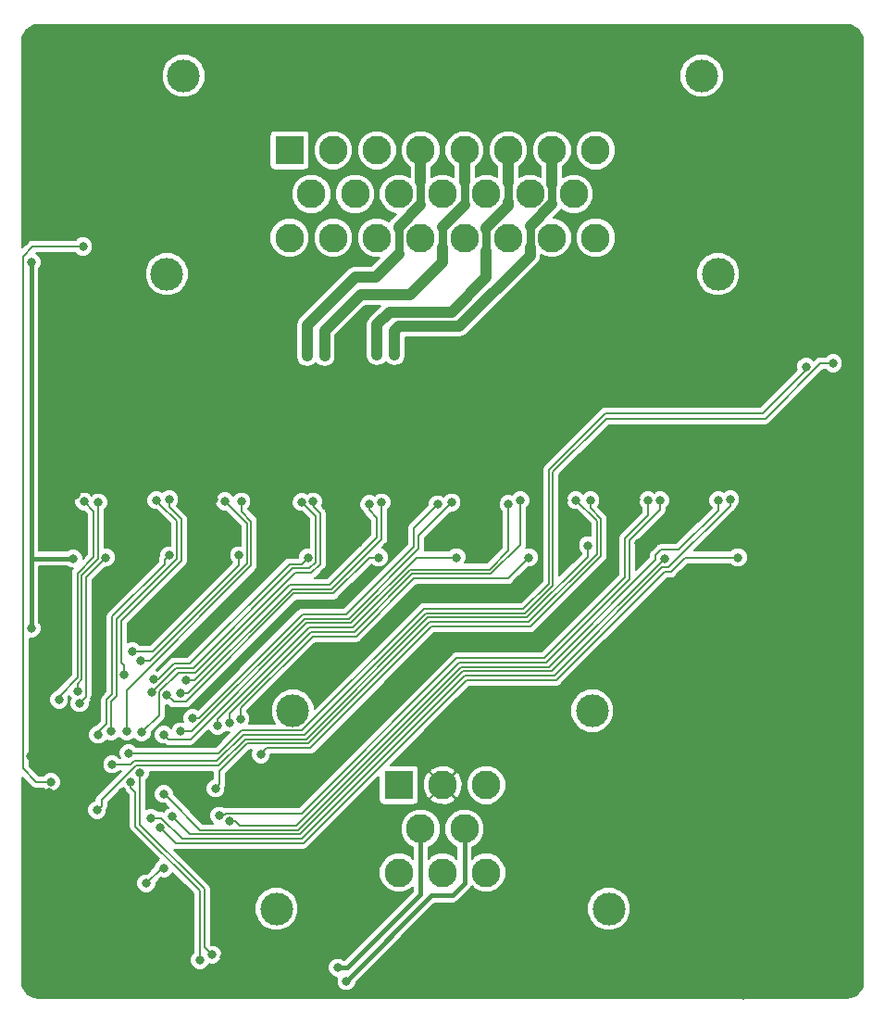
<source format=gbl>
G04 #@! TF.GenerationSoftware,KiCad,Pcbnew,(5.0.0-rc2-dev-130-g0bdae22af-dirty)*
G04 #@! TF.CreationDate,2018-04-24T21:55:19+03:00*
G04 #@! TF.ProjectId,hcu,6863752E6B696361645F706362000000,rev?*
G04 #@! TF.SameCoordinates,Original*
G04 #@! TF.FileFunction,Copper,L2,Bot,Signal*
G04 #@! TF.FilePolarity,Positive*
%FSLAX46Y46*%
G04 Gerber Fmt 4.6, Leading zero omitted, Abs format (unit mm)*
G04 Created by KiCad (PCBNEW (5.0.0-rc2-dev-130-g0bdae22af-dirty)) date Tue Apr 24 21:55:19 2018*
%MOMM*%
%LPD*%
G01*
G04 APERTURE LIST*
%ADD10R,2.623820X2.623820*%
%ADD11C,2.623820*%
%ADD12C,2.999740*%
%ADD13C,0.800000*%
%ADD14C,0.400000*%
%ADD15C,0.200000*%
%ADD16C,1.000000*%
%ADD17C,0.800000*%
G04 APERTURE END LIST*
D10*
X164002040Y-119002040D03*
D11*
X168000000Y-119002040D03*
X171997960Y-119002040D03*
X166001020Y-123000000D03*
X169998980Y-123000000D03*
X164002040Y-126997960D03*
X168000000Y-126997960D03*
X171997960Y-126997960D03*
D12*
X154301780Y-112202460D03*
X181698220Y-112202460D03*
X183199360Y-130299960D03*
X152800640Y-130299960D03*
D10*
X154002060Y-61002040D03*
D11*
X158000020Y-61002040D03*
X162000520Y-61002040D03*
X166001020Y-61002040D03*
X169998980Y-61002040D03*
X173999480Y-61002040D03*
X177999980Y-61002040D03*
X181997940Y-61002040D03*
X156001040Y-65000000D03*
X160001540Y-65000000D03*
X164002040Y-65000000D03*
X168000000Y-65000000D03*
X171997960Y-65000000D03*
X175998460Y-65000000D03*
X179998960Y-65000000D03*
X154002060Y-68997960D03*
X158000020Y-68997960D03*
X162000520Y-68997960D03*
X166001020Y-68997960D03*
X169998980Y-68997960D03*
X173999480Y-68997960D03*
X177999980Y-68997960D03*
X181997940Y-68997960D03*
D12*
X144301800Y-54202460D03*
X191698200Y-54202460D03*
X142800660Y-72299960D03*
X193199340Y-72299960D03*
D13*
X152400000Y-127100000D03*
X132300000Y-106800000D03*
X135900000Y-118000000D03*
X141400000Y-115200000D03*
X138700000Y-119700000D03*
X131000000Y-127700000D03*
X134900000Y-127400000D03*
X135000000Y-136900000D03*
X144000000Y-135100000D03*
X153100000Y-137200000D03*
X147300000Y-131700000D03*
X145000000Y-125500000D03*
X154600000Y-125600000D03*
X170200000Y-134900000D03*
X175900000Y-137600000D03*
X195500000Y-138200000D03*
X205600000Y-137400000D03*
X205900000Y-127800000D03*
X192500000Y-127400000D03*
X186100000Y-133200000D03*
X176500000Y-127300000D03*
X183400000Y-120500000D03*
X189600000Y-118900000D03*
X196400000Y-115400000D03*
X206000000Y-117000000D03*
X206000000Y-105600000D03*
X132400000Y-84300000D03*
X141200000Y-77900000D03*
X159700000Y-78300000D03*
X153500000Y-78500000D03*
X147500000Y-78400000D03*
X166100000Y-78700000D03*
X172500000Y-78000000D03*
X178600000Y-78000000D03*
X177600000Y-71100000D03*
X191000000Y-78500000D03*
X184600000Y-78500000D03*
X184300000Y-72000000D03*
X184100000Y-67200000D03*
X185200000Y-60000000D03*
X196800000Y-71200000D03*
X205900000Y-62900000D03*
X206000000Y-71400000D03*
X193800000Y-59300000D03*
X206000000Y-54600000D03*
X201800000Y-49900000D03*
X190500000Y-50000000D03*
X185800000Y-53700000D03*
X177400000Y-50100000D03*
X172300000Y-53700000D03*
X164400000Y-49900000D03*
X160300000Y-55100000D03*
X151800000Y-64100000D03*
X145400000Y-70900000D03*
X136200000Y-71000000D03*
X141400000Y-65700000D03*
X150000000Y-57300000D03*
X143500000Y-57000000D03*
X136000000Y-64200000D03*
X130000000Y-68800000D03*
X130000000Y-62200000D03*
X130000000Y-54000000D03*
X133100000Y-50000000D03*
X144500000Y-50000000D03*
X154000000Y-50000000D03*
X136200000Y-111100000D03*
X143500000Y-119100990D03*
X191800218Y-92700989D03*
X147500000Y-96800000D03*
X130400000Y-104700000D03*
X139500000Y-118700000D03*
X140300000Y-117900000D03*
X132900000Y-111200000D03*
X138901989Y-108907483D03*
X140375341Y-107638736D03*
X145100000Y-112900000D03*
X151361978Y-116197032D03*
X141300000Y-121997032D03*
X142500000Y-119800000D03*
X193200000Y-93000000D03*
X166478954Y-92836860D03*
X147120556Y-92884041D03*
X134441494Y-92449852D03*
X156300000Y-53300000D03*
X202000000Y-79000000D03*
X203900000Y-83900000D03*
X200500000Y-83900000D03*
X197000000Y-78800000D03*
X190600000Y-82000000D03*
X184200000Y-81900000D03*
X177700000Y-81900000D03*
X171400000Y-81900000D03*
X165100000Y-81900000D03*
X158700000Y-81900000D03*
X133500000Y-80200000D03*
X139400000Y-81900000D03*
X145900000Y-81800000D03*
X152300000Y-81900000D03*
X171600000Y-129900000D03*
X192300000Y-96800000D03*
X185700000Y-92900000D03*
X185900000Y-96900000D03*
X179100000Y-93000000D03*
X179500000Y-96800000D03*
X172900000Y-93000000D03*
X173100000Y-96900000D03*
X166700000Y-96900000D03*
X160200000Y-92900000D03*
X160300000Y-96901228D03*
X153900000Y-92900000D03*
X153900000Y-96901228D03*
X140600000Y-93000000D03*
X141200000Y-96800000D03*
X134800000Y-96901228D03*
X132354952Y-116469872D03*
X130300000Y-116400000D03*
X132000000Y-119700000D03*
X149900000Y-119400000D03*
X142400000Y-132500000D03*
X156900000Y-134400000D03*
X140700000Y-126500000D03*
X133800000Y-133100000D03*
X148000000Y-134700000D03*
X161300000Y-130300000D03*
X165400000Y-132500000D03*
X182800000Y-136400000D03*
X189100000Y-136300000D03*
X190100000Y-123900000D03*
X130400000Y-71200000D03*
X134200000Y-98300000D03*
X142500000Y-126600000D03*
X140900000Y-128000000D03*
X145800000Y-135000000D03*
X146900000Y-134500000D03*
X158400000Y-135700000D03*
X159200000Y-136900000D03*
X157200000Y-79800000D03*
X157200000Y-78700000D03*
X157200000Y-77500000D03*
X155600000Y-79800000D03*
X155600000Y-78700000D03*
X155600000Y-77500000D03*
X163600000Y-78600000D03*
X163600000Y-79700000D03*
X163600000Y-77500000D03*
X162000000Y-79700000D03*
X162000000Y-78600000D03*
X162000000Y-77500000D03*
X136500000Y-93200000D03*
X134600000Y-110400000D03*
X135200000Y-93100000D03*
X143000000Y-92900000D03*
X141800000Y-92980800D03*
X137700000Y-114100000D03*
X149600000Y-93100000D03*
X139100000Y-114100000D03*
X148100000Y-93080800D03*
X156169900Y-93100000D03*
X140500000Y-114200000D03*
X141391021Y-110497063D03*
X155100000Y-93150700D03*
X162400000Y-93180800D03*
X144000000Y-110600000D03*
X161287327Y-93299062D03*
X144500000Y-109400000D03*
X168800000Y-93180800D03*
X144000000Y-114100000D03*
X167547535Y-93352633D03*
X175100000Y-93000000D03*
X148500000Y-113300000D03*
X174020698Y-93319593D03*
X147400000Y-113600000D03*
X181500000Y-93000000D03*
X147210500Y-119285084D03*
X180200000Y-92980800D03*
X148490316Y-122301979D03*
X187900000Y-93000000D03*
X147598061Y-121796080D03*
X186800000Y-93000000D03*
X194300000Y-92900000D03*
X135100000Y-69800000D03*
X132200000Y-118700000D03*
X134800000Y-111500000D03*
X137200000Y-98200000D03*
X143000000Y-98000000D03*
X136500000Y-114400000D03*
X139598118Y-106789095D03*
X149400000Y-98000000D03*
X141564651Y-109346799D03*
X155682672Y-98200000D03*
X162182672Y-98200000D03*
X142800000Y-110800000D03*
X169300000Y-98200000D03*
X142500000Y-114400000D03*
X149500000Y-113000000D03*
X175900000Y-98200000D03*
X136400000Y-121300000D03*
X181300000Y-97100000D03*
X143298012Y-121900000D03*
X188300000Y-98300000D03*
X142161738Y-122884603D03*
X195000000Y-98200000D03*
X203710059Y-80468335D03*
X137800000Y-117100000D03*
X139300000Y-116100000D03*
X201251675Y-80759775D03*
D14*
X130400000Y-98300000D02*
X130400000Y-104700000D01*
D15*
X139900000Y-122764286D02*
X139900000Y-119665685D01*
X145800000Y-128664286D02*
X139900000Y-122764286D01*
X139900000Y-119665685D02*
X139500000Y-119265685D01*
X145800000Y-135000000D02*
X145800000Y-128664286D01*
X139500000Y-119265685D02*
X139500000Y-118700000D01*
X140300000Y-122600000D02*
X140300000Y-118465685D01*
X146200000Y-128500000D02*
X140300000Y-122600000D01*
X146200000Y-133800000D02*
X146200000Y-128500000D01*
X146900000Y-134500000D02*
X146200000Y-133800000D01*
X140300000Y-118465685D02*
X140300000Y-117900000D01*
D14*
X158400000Y-135700000D02*
X159300000Y-135700000D01*
X159300000Y-135700000D02*
X166001020Y-128998980D01*
X166001020Y-128998980D02*
X166001020Y-123000000D01*
X159200000Y-136900000D02*
X167000000Y-129100000D01*
X167000000Y-129100000D02*
X168900000Y-129100000D01*
X168900000Y-129100000D02*
X169998980Y-128001020D01*
X169998980Y-128001020D02*
X169998980Y-123000000D01*
D15*
X134999011Y-99836703D02*
X136500000Y-98335714D01*
X136500000Y-98335714D02*
X136500000Y-93765685D01*
X134999011Y-109365275D02*
X134999011Y-99836703D01*
X134600000Y-109764286D02*
X134999011Y-109365275D01*
X136500000Y-93765685D02*
X136500000Y-93200000D01*
X134600000Y-110400000D02*
X134600000Y-109764286D01*
X134600000Y-99671428D02*
X134600000Y-109200000D01*
X136100000Y-98171428D02*
X134600000Y-99671428D01*
X136100000Y-94000000D02*
X136100000Y-98171428D01*
X135200000Y-93100000D02*
X136100000Y-94000000D01*
X134600000Y-109200000D02*
X132900000Y-110900000D01*
X132900000Y-110900000D02*
X132900000Y-111200000D01*
X144098012Y-98501988D02*
X138600000Y-104000000D01*
X143000000Y-92900000D02*
X143000000Y-93600000D01*
X144098012Y-94698012D02*
X144098012Y-98501988D01*
X143000000Y-93600000D02*
X144098012Y-94698012D01*
X138600000Y-104000000D02*
X138600000Y-107800000D01*
X138600000Y-107800000D02*
X138901989Y-108101989D01*
X138901989Y-108101989D02*
X138901989Y-108341798D01*
X138901989Y-108341798D02*
X138901989Y-108907483D01*
X138200989Y-103833533D02*
X143699001Y-98335521D01*
X138200989Y-110899011D02*
X138200989Y-103833533D01*
X137700000Y-111400000D02*
X138200989Y-110899011D01*
X137700000Y-114100000D02*
X137700000Y-111400000D01*
X143699001Y-98335521D02*
X143699001Y-94879801D01*
X143699001Y-94879801D02*
X142199999Y-93380799D01*
X142199999Y-93380799D02*
X141800000Y-92980800D01*
X150498012Y-94898012D02*
X149600000Y-94000000D01*
X150498012Y-98930560D02*
X150498012Y-94898012D01*
X139100000Y-110328572D02*
X150498012Y-98930560D01*
X139100000Y-114100000D02*
X139100000Y-110328572D01*
X149600000Y-94000000D02*
X149600000Y-93100000D01*
X150099001Y-95079801D02*
X150099001Y-98765285D01*
X140941026Y-107638736D02*
X140375341Y-107638736D01*
X141225550Y-107638736D02*
X140941026Y-107638736D01*
X150099001Y-98765285D02*
X141225550Y-107638736D01*
X148100000Y-93080800D02*
X150099001Y-95079801D01*
X156200000Y-93600000D02*
X156200000Y-93130100D01*
X156800000Y-94200000D02*
X156200000Y-93600000D01*
X142100999Y-112599001D02*
X142100999Y-110464479D01*
X154500000Y-99600000D02*
X156000000Y-99600000D01*
X156800000Y-98800000D02*
X156800000Y-94200000D01*
X145400000Y-108700000D02*
X154500000Y-99600000D01*
X142100999Y-110464479D02*
X143865478Y-108700000D01*
X140500000Y-114200000D02*
X142100999Y-112599001D01*
X156000000Y-99600000D02*
X156800000Y-98800000D01*
X143865478Y-108700000D02*
X145400000Y-108700000D01*
X156200000Y-93130100D02*
X156169900Y-93100000D01*
X156400989Y-98634725D02*
X155835714Y-99200000D01*
X155835714Y-99200000D02*
X154300000Y-99200000D01*
X156400989Y-94451689D02*
X156400989Y-98634725D01*
X141791020Y-110097064D02*
X141391021Y-110497063D01*
X155100000Y-93150700D02*
X156400989Y-94451689D01*
X154300000Y-99200000D02*
X145200000Y-108300000D01*
X145200000Y-108300000D02*
X143600000Y-108300000D01*
X143600000Y-108300000D02*
X141802936Y-110097064D01*
X141802936Y-110097064D02*
X141791020Y-110097064D01*
X162400000Y-93746485D02*
X162400000Y-93180800D01*
X144735714Y-110600000D02*
X154234725Y-101100989D01*
X154234725Y-101100989D02*
X157834725Y-101100989D01*
X162400000Y-96535714D02*
X162400000Y-93746485D01*
X144000000Y-110600000D02*
X144735714Y-110600000D01*
X157834725Y-101100989D02*
X162400000Y-96535714D01*
X157669450Y-100701978D02*
X162000000Y-96371428D01*
X153998022Y-100701978D02*
X157669450Y-100701978D01*
X145300000Y-109400000D02*
X153998022Y-100701978D01*
X144500000Y-109400000D02*
X145300000Y-109400000D01*
X162000000Y-96371428D02*
X162000000Y-94577420D01*
X162000000Y-94577420D02*
X161287327Y-93864747D01*
X161287327Y-93864747D02*
X161287327Y-93299062D01*
X145064286Y-114100000D02*
X155365275Y-103799011D01*
X159400991Y-103799009D02*
X165800000Y-97400000D01*
X168400001Y-93580799D02*
X168800000Y-93180800D01*
X144000000Y-114100000D02*
X145064286Y-114100000D01*
X165800000Y-97400000D02*
X165800000Y-96180800D01*
X155365275Y-103799011D02*
X159400991Y-103799009D01*
X165800000Y-96180800D02*
X168400001Y-93580799D01*
X159200000Y-103400000D02*
X155200000Y-103400000D01*
X165400000Y-97200000D02*
X159200000Y-103400000D01*
X165400000Y-95500168D02*
X165400000Y-97200000D01*
X167547535Y-93352633D02*
X165400000Y-95500168D01*
X145700000Y-112900000D02*
X145100000Y-112900000D01*
X155200000Y-103400000D02*
X145700000Y-112900000D01*
X175100000Y-97035714D02*
X175100000Y-93565685D01*
X159933736Y-105001978D02*
X165234725Y-99700989D01*
X155933736Y-105001978D02*
X159933736Y-105001978D01*
X148500000Y-112435714D02*
X155933736Y-105001978D01*
X175100000Y-93565685D02*
X175100000Y-93000000D01*
X148500000Y-113300000D02*
X148500000Y-112435714D01*
X165234725Y-99700989D02*
X172434726Y-99700988D01*
X172434726Y-99700988D02*
X175100000Y-97035714D01*
X147400000Y-113600000D02*
X147400000Y-112971428D01*
X155768461Y-104602967D02*
X159768462Y-104602966D01*
X147400000Y-112971428D02*
X155768461Y-104602967D01*
X174020698Y-93885278D02*
X174020698Y-93319593D01*
X172269450Y-99301978D02*
X174020698Y-97550730D01*
X159768462Y-104602966D02*
X165069450Y-99301978D01*
X174020698Y-97550730D02*
X174020698Y-93885278D01*
X165069450Y-99301978D02*
X172269450Y-99301978D01*
X182499010Y-94699010D02*
X182499010Y-98065276D01*
X182499010Y-98065276D02*
X176064286Y-104500000D01*
X181500000Y-93700000D02*
X182499010Y-94699010D01*
X151900000Y-115600000D02*
X151361978Y-116138022D01*
X181500000Y-93000000D02*
X181500000Y-93700000D01*
X176064286Y-104500000D02*
X167000000Y-104500000D01*
X167000000Y-104500000D02*
X155900000Y-115600000D01*
X155900000Y-115600000D02*
X151900000Y-115600000D01*
X151361978Y-116138022D02*
X151361978Y-116197032D01*
X175899011Y-104100989D02*
X166834724Y-104100990D01*
X182100000Y-94880800D02*
X182100000Y-97900000D01*
X182100000Y-97900000D02*
X175899011Y-104100989D01*
X147610499Y-117689501D02*
X147610499Y-118885085D01*
X180200000Y-92980800D02*
X182100000Y-94880800D01*
X166834724Y-104100990D02*
X155734723Y-115200991D01*
X147610499Y-118885085D02*
X147210500Y-119285084D01*
X155734723Y-115200991D02*
X150099009Y-115200991D01*
X150099009Y-115200991D02*
X147610499Y-117689501D01*
X185100000Y-100200000D02*
X177500989Y-107799011D01*
X187900000Y-93798808D02*
X185100000Y-96598808D01*
X149454022Y-122700000D02*
X149056001Y-122301979D01*
X185100000Y-96598808D02*
X185100000Y-100200000D01*
X187900000Y-93000000D02*
X187900000Y-93798808D01*
X177500989Y-107799011D02*
X169500989Y-107799011D01*
X169500989Y-107799011D02*
X154600000Y-122700000D01*
X154600000Y-122700000D02*
X149454022Y-122700000D01*
X149056001Y-122301979D02*
X148490316Y-122301979D01*
X184700000Y-100000000D02*
X177300000Y-107400000D01*
X184700000Y-96434522D02*
X184700000Y-100000000D01*
X186800000Y-94334522D02*
X184700000Y-96434522D01*
X186800000Y-93000000D02*
X186800000Y-94334522D01*
X155097023Y-121602977D02*
X148154794Y-121602977D01*
X177300000Y-107400000D02*
X169300000Y-107400000D01*
X169300000Y-107400000D02*
X155097023Y-121602977D01*
X148154794Y-121602977D02*
X147961691Y-121796080D01*
X147961691Y-121796080D02*
X147598061Y-121796080D01*
X188100000Y-99100000D02*
X178203956Y-108996044D01*
X194300000Y-93465685D02*
X188665685Y-99100000D01*
X142262717Y-121997032D02*
X141865685Y-121997032D01*
X188665685Y-99100000D02*
X188100000Y-99100000D01*
X194300000Y-92900000D02*
X194300000Y-93465685D01*
X144163707Y-123898022D02*
X142262717Y-121997032D01*
X178203956Y-108996044D02*
X169996814Y-108996044D01*
X169996814Y-108996044D02*
X155094836Y-123898022D01*
X155094836Y-123898022D02*
X144163707Y-123898022D01*
X141865685Y-121997032D02*
X141300000Y-121997032D01*
X145800000Y-123100000D02*
X142899999Y-120199999D01*
X169666264Y-108198022D02*
X154764286Y-123100000D01*
X177701978Y-108198022D02*
X169666264Y-108198022D01*
X187500000Y-98400000D02*
X177701978Y-108198022D01*
X187500000Y-98000000D02*
X187500000Y-98400000D01*
X193200000Y-93000000D02*
X193200000Y-93900000D01*
X193200000Y-93900000D02*
X189600000Y-97500000D01*
X189600000Y-97500000D02*
X188000000Y-97500000D01*
X154764286Y-123100000D02*
X145800000Y-123100000D01*
X188000000Y-97500000D02*
X187500000Y-98000000D01*
X142899999Y-120199999D02*
X142500000Y-119800000D01*
D14*
X130400000Y-98300000D02*
X130400000Y-94500000D01*
X134200000Y-98300000D02*
X133634315Y-98300000D01*
X133634315Y-98300000D02*
X130400000Y-98300000D01*
X130400000Y-94500000D02*
X130400000Y-71200000D01*
D15*
X140900000Y-128000000D02*
X142300000Y-126600000D01*
X142300000Y-126600000D02*
X142500000Y-126600000D01*
D16*
X157200000Y-78700000D02*
X157200000Y-79800000D01*
X157200000Y-77500000D02*
X157200000Y-78700000D01*
X170000000Y-63900000D02*
X169998980Y-63898980D01*
X169998980Y-63898980D02*
X169998980Y-61002040D01*
D17*
X170000000Y-66000000D02*
X170000000Y-63900000D01*
D16*
X168000000Y-68000000D02*
X170000000Y-66000000D01*
D17*
X168000000Y-69900000D02*
X168000000Y-68000000D01*
D16*
X168000000Y-71200000D02*
X168000000Y-69900000D01*
X165000000Y-74200000D02*
X168000000Y-71200000D01*
X160500000Y-74200000D02*
X165000000Y-74200000D01*
X157200000Y-77500000D02*
X160500000Y-74200000D01*
X155600000Y-78700000D02*
X155600000Y-79800000D01*
X155600000Y-77500000D02*
X155600000Y-78700000D01*
X155600000Y-77500000D02*
X155600000Y-77000000D01*
X160000000Y-72600000D02*
X161900000Y-72600000D01*
X155600000Y-77000000D02*
X160000000Y-72600000D01*
X161900000Y-72600000D02*
X164000000Y-70500000D01*
X166000000Y-63900000D02*
X166001020Y-63898980D01*
X166001020Y-63898980D02*
X166001020Y-61002040D01*
D17*
X166000000Y-66000000D02*
X166000000Y-63900000D01*
D16*
X164000000Y-68000000D02*
X166000000Y-66000000D01*
X164000000Y-68100000D02*
X164000000Y-68000000D01*
D17*
X164000000Y-70500000D02*
X164000000Y-68100000D01*
D16*
X163600000Y-77500000D02*
X163600000Y-79700000D01*
X178000000Y-64100000D02*
X177999980Y-64099980D01*
X177999980Y-64099980D02*
X177999980Y-61002040D01*
D17*
X178000000Y-65900000D02*
X178000000Y-64100000D01*
D16*
X176000000Y-67900000D02*
X178000000Y-65900000D01*
D17*
X176000000Y-69900000D02*
X176000000Y-67900000D01*
D16*
X176000000Y-70600000D02*
X176000000Y-69900000D01*
X169499999Y-77100001D02*
X176000000Y-70600000D01*
X163600000Y-77500000D02*
X163999999Y-77100001D01*
X163999999Y-77100001D02*
X169499999Y-77100001D01*
X162000000Y-78600000D02*
X162000000Y-79700000D01*
X162000000Y-77500000D02*
X162000000Y-78600000D01*
X172000000Y-68200000D02*
X172000000Y-68100000D01*
X172000000Y-68100000D02*
X173999480Y-66100520D01*
X173999480Y-66100520D02*
X173999480Y-65699480D01*
D17*
X173999480Y-63924382D02*
X173999480Y-65699480D01*
D16*
X173999480Y-63924382D02*
X173999480Y-61002040D01*
D17*
X172000000Y-70200000D02*
X172000000Y-68200000D01*
D16*
X172000000Y-72600000D02*
X172000000Y-70200000D01*
X168800000Y-75800000D02*
X172000000Y-72600000D01*
X163134315Y-75800000D02*
X168800000Y-75800000D01*
X162000000Y-77500000D02*
X162000000Y-76934315D01*
X162000000Y-76934315D02*
X163134315Y-75800000D01*
D15*
X130500000Y-69800000D02*
X135100000Y-69800000D01*
X129600000Y-70700000D02*
X130500000Y-69800000D01*
X129600000Y-104200000D02*
X129600000Y-70700000D01*
X129600000Y-117500000D02*
X129600000Y-104200000D01*
X130800000Y-118700000D02*
X129600000Y-117500000D01*
X132200000Y-118700000D02*
X130800000Y-118700000D01*
X137200000Y-98200000D02*
X135399999Y-100000001D01*
X135199999Y-111100001D02*
X134800000Y-111500000D01*
X135399999Y-100000001D02*
X135399999Y-110900001D01*
X135399999Y-110900001D02*
X135199999Y-111100001D01*
X137300000Y-111200000D02*
X137801978Y-110698022D01*
X137801978Y-103598022D02*
X142600001Y-98799999D01*
X136500000Y-114200000D02*
X137300000Y-113400000D01*
X137300000Y-113400000D02*
X137300000Y-111200000D01*
X136500000Y-114400000D02*
X136500000Y-114200000D01*
X137801978Y-110698022D02*
X137801978Y-103598022D01*
X142600001Y-98799999D02*
X142600001Y-98399999D01*
X142600001Y-98399999D02*
X143000000Y-98000000D01*
X141510905Y-106789095D02*
X139702251Y-106789095D01*
X149400000Y-98000000D02*
X149400000Y-98900000D01*
X149400000Y-98900000D02*
X141510905Y-106789095D01*
X139702251Y-106789095D02*
X139598118Y-106789095D01*
X144900000Y-107900000D02*
X143435714Y-107900000D01*
X154000000Y-98800000D02*
X144900000Y-107900000D01*
X141988915Y-109346799D02*
X141564651Y-109346799D01*
X155082672Y-98800000D02*
X154000000Y-98800000D01*
X155682672Y-98200000D02*
X155082672Y-98800000D01*
X143435714Y-107900000D02*
X141988915Y-109346799D01*
X158000000Y-101500000D02*
X161300000Y-98200000D01*
X161300000Y-98200000D02*
X162182672Y-98200000D01*
X142800000Y-110800000D02*
X143400000Y-111400000D01*
X143400000Y-111400000D02*
X144500000Y-111400000D01*
X144500000Y-111400000D02*
X154400000Y-101500000D01*
X154400000Y-101500000D02*
X158000000Y-101500000D01*
X159603186Y-104203956D02*
X165607142Y-98200000D01*
X142899999Y-114799999D02*
X144928573Y-114799999D01*
X155524616Y-104203956D02*
X159603186Y-104203956D01*
X144928573Y-114799999D02*
X155524616Y-104203956D01*
X168734315Y-98200000D02*
X169300000Y-98200000D01*
X142500000Y-114400000D02*
X142899999Y-114799999D01*
X165607142Y-98200000D02*
X168734315Y-98200000D01*
X160099011Y-105400989D02*
X156099011Y-105400989D01*
X165400000Y-100100000D02*
X160099011Y-105400989D01*
X174000000Y-100100000D02*
X165400000Y-100100000D01*
X175900000Y-98200000D02*
X174000000Y-100100000D01*
X156099011Y-105400989D02*
X149500000Y-112000000D01*
X149500000Y-112000000D02*
X149500000Y-113000000D01*
X139964479Y-117200999D02*
X136799999Y-120365479D01*
X136799999Y-120365479D02*
X136799999Y-120900001D01*
X155569448Y-114801980D02*
X149933734Y-114801980D01*
X175726592Y-103701980D02*
X166669448Y-103701980D01*
X181300000Y-98128572D02*
X175726592Y-103701980D01*
X149933734Y-114801980D02*
X147534715Y-117200999D01*
X147534715Y-117200999D02*
X139964479Y-117200999D01*
X136799999Y-120900001D02*
X136400000Y-121300000D01*
X166669448Y-103701980D02*
X155569448Y-114801980D01*
X181300000Y-97100000D02*
X181300000Y-98128572D01*
X188300000Y-98300000D02*
X178002967Y-108597033D01*
X178002967Y-108597033D02*
X169831539Y-108597033D01*
X154929561Y-123499011D02*
X144897023Y-123499011D01*
X144897023Y-123499011D02*
X143698011Y-122299999D01*
X169831539Y-108597033D02*
X154929561Y-123499011D01*
X143698011Y-122299999D02*
X143298012Y-121900000D01*
X188300000Y-99500000D02*
X178404945Y-109395055D01*
X195000000Y-98200000D02*
X190200000Y-98200000D01*
X143574168Y-124297033D02*
X142561737Y-123284602D01*
X188900000Y-99500000D02*
X188300000Y-99500000D01*
X190200000Y-98200000D02*
X188900000Y-99500000D01*
X155267253Y-124297033D02*
X143574168Y-124297033D01*
X178404945Y-109395055D02*
X170169231Y-109395055D01*
X142561737Y-123284602D02*
X142161738Y-122884603D01*
X170169231Y-109395055D02*
X155267253Y-124297033D01*
X166504173Y-103302969D02*
X175561317Y-103302969D01*
X155404173Y-114402969D02*
X166504173Y-103302969D01*
X139501192Y-117100000D02*
X139799204Y-116801988D01*
X202531665Y-80468335D02*
X203144374Y-80468335D01*
X137800000Y-117100000D02*
X139501192Y-117100000D01*
X178100000Y-90400000D02*
X183000000Y-85500000D01*
X183000000Y-85500000D02*
X197500000Y-85500000D01*
X149768459Y-114402969D02*
X155404173Y-114402969D01*
X139799204Y-116801988D02*
X147369440Y-116801988D01*
X197500000Y-85500000D02*
X202531665Y-80468335D01*
X203144374Y-80468335D02*
X203710059Y-80468335D01*
X178100000Y-100764286D02*
X178100000Y-90400000D01*
X147369440Y-116801988D02*
X149768459Y-114402969D01*
X175561317Y-103302969D02*
X178100000Y-100764286D01*
X149603184Y-114003958D02*
X147507142Y-116100000D01*
X166262612Y-102903958D02*
X155162612Y-114003958D01*
X177700989Y-100599011D02*
X175396042Y-102903958D01*
X177700989Y-90234725D02*
X177700989Y-100599011D01*
X175396042Y-102903958D02*
X166262612Y-102903958D01*
X147507142Y-116100000D02*
X139865685Y-116100000D01*
X139865685Y-116100000D02*
X139300000Y-116100000D01*
X201251675Y-80759775D02*
X201251675Y-81048325D01*
X155162612Y-114003958D02*
X149603184Y-114003958D01*
X201251675Y-81048325D02*
X197300000Y-85000000D01*
X197300000Y-85000000D02*
X182935714Y-85000000D01*
X182935714Y-85000000D02*
X177700989Y-90234725D01*
G36*
X205320478Y-49589396D02*
X205625034Y-49695454D01*
X205898522Y-49866348D01*
X206127352Y-50093585D01*
X206300152Y-50365876D01*
X206408332Y-50669681D01*
X206450001Y-51019131D01*
X206450000Y-136969253D01*
X206410604Y-137320479D01*
X206304547Y-137625033D01*
X206133652Y-137898522D01*
X205906415Y-138127352D01*
X205634124Y-138300152D01*
X205330323Y-138408331D01*
X204980877Y-138450000D01*
X131028678Y-138450000D01*
X130679521Y-138410836D01*
X130374967Y-138304779D01*
X130101478Y-138133884D01*
X129872648Y-137906647D01*
X129699848Y-137634356D01*
X129591669Y-137330555D01*
X129550000Y-136981109D01*
X129550000Y-121120979D01*
X135500000Y-121120979D01*
X135500000Y-121479021D01*
X135637017Y-121809809D01*
X135890191Y-122062983D01*
X136220979Y-122200000D01*
X136579021Y-122200000D01*
X136909809Y-122062983D01*
X137162983Y-121809809D01*
X137300000Y-121479021D01*
X137300000Y-121231666D01*
X137365186Y-121134109D01*
X137399999Y-120959092D01*
X137399999Y-120959088D01*
X137411752Y-120900002D01*
X137399999Y-120840915D01*
X137399999Y-120614006D01*
X138770607Y-119243399D01*
X138911923Y-119384715D01*
X138934813Y-119499792D01*
X139067425Y-119698260D01*
X139117521Y-119731733D01*
X139300001Y-119914213D01*
X139300000Y-122705200D01*
X139288247Y-122764286D01*
X139300000Y-122823372D01*
X139300000Y-122823376D01*
X139334813Y-122998393D01*
X139467425Y-123196861D01*
X139517522Y-123230335D01*
X142084952Y-125797766D01*
X141990191Y-125837017D01*
X141737017Y-126090191D01*
X141600000Y-126420979D01*
X141600000Y-126451472D01*
X140951473Y-127100000D01*
X140720979Y-127100000D01*
X140390191Y-127237017D01*
X140137017Y-127490191D01*
X140000000Y-127820979D01*
X140000000Y-128179021D01*
X140137017Y-128509809D01*
X140390191Y-128762983D01*
X140720979Y-128900000D01*
X141079021Y-128900000D01*
X141409809Y-128762983D01*
X141662983Y-128509809D01*
X141800000Y-128179021D01*
X141800000Y-127948527D01*
X142269748Y-127478779D01*
X142320979Y-127500000D01*
X142679021Y-127500000D01*
X143009809Y-127362983D01*
X143262983Y-127109809D01*
X143302234Y-127015048D01*
X145200001Y-128912815D01*
X145200000Y-134327208D01*
X145037017Y-134490191D01*
X144900000Y-134820979D01*
X144900000Y-135179021D01*
X145037017Y-135509809D01*
X145290191Y-135762983D01*
X145620979Y-135900000D01*
X145979021Y-135900000D01*
X146309809Y-135762983D01*
X146551813Y-135520979D01*
X157500000Y-135520979D01*
X157500000Y-135879021D01*
X157637017Y-136209809D01*
X157890191Y-136462983D01*
X158220979Y-136600000D01*
X158350111Y-136600000D01*
X158300000Y-136720979D01*
X158300000Y-137079021D01*
X158437017Y-137409809D01*
X158690191Y-137662983D01*
X159020979Y-137800000D01*
X159379021Y-137800000D01*
X159709809Y-137662983D01*
X159962983Y-137409809D01*
X160100000Y-137079021D01*
X160100000Y-136989948D01*
X167187787Y-129902161D01*
X181199490Y-129902161D01*
X181199490Y-130697759D01*
X181503952Y-131432795D01*
X182066525Y-131995368D01*
X182801561Y-132299830D01*
X183597159Y-132299830D01*
X184332195Y-131995368D01*
X184894768Y-131432795D01*
X185199230Y-130697759D01*
X185199230Y-129902161D01*
X184894768Y-129167125D01*
X184332195Y-128604552D01*
X183597159Y-128300090D01*
X182801561Y-128300090D01*
X182066525Y-128604552D01*
X181503952Y-129167125D01*
X181199490Y-129902161D01*
X167187787Y-129902161D01*
X167289949Y-129800000D01*
X168831065Y-129800000D01*
X168900000Y-129813712D01*
X168968935Y-129800000D01*
X168968940Y-129800000D01*
X169173126Y-129759385D01*
X169404671Y-129604671D01*
X169443724Y-129546224D01*
X170445211Y-128544739D01*
X170503650Y-128505691D01*
X170542698Y-128447252D01*
X170542702Y-128447248D01*
X170658364Y-128274147D01*
X170658365Y-128274146D01*
X170667217Y-128229644D01*
X170971596Y-128534023D01*
X171637549Y-128809870D01*
X172358371Y-128809870D01*
X173024324Y-128534023D01*
X173534023Y-128024324D01*
X173809870Y-127358371D01*
X173809870Y-126637549D01*
X173534023Y-125971596D01*
X173024324Y-125461897D01*
X172358371Y-125186050D01*
X171637549Y-125186050D01*
X170971596Y-125461897D01*
X170698980Y-125734513D01*
X170698980Y-124671248D01*
X171025344Y-124536063D01*
X171535043Y-124026364D01*
X171810890Y-123360411D01*
X171810890Y-122639589D01*
X171535043Y-121973636D01*
X171025344Y-121463937D01*
X170359391Y-121188090D01*
X169638569Y-121188090D01*
X168972616Y-121463937D01*
X168462917Y-121973636D01*
X168187070Y-122639589D01*
X168187070Y-123360411D01*
X168462917Y-124026364D01*
X168972616Y-124536063D01*
X169298981Y-124671248D01*
X169298980Y-125734513D01*
X169026364Y-125461897D01*
X168360411Y-125186050D01*
X167639589Y-125186050D01*
X166973636Y-125461897D01*
X166701020Y-125734513D01*
X166701020Y-124671248D01*
X167027384Y-124536063D01*
X167537083Y-124026364D01*
X167812930Y-123360411D01*
X167812930Y-122639589D01*
X167537083Y-121973636D01*
X167027384Y-121463937D01*
X166361431Y-121188090D01*
X165640609Y-121188090D01*
X164974656Y-121463937D01*
X164464957Y-121973636D01*
X164189110Y-122639589D01*
X164189110Y-123360411D01*
X164464957Y-124026364D01*
X164974656Y-124536063D01*
X165301021Y-124671248D01*
X165301021Y-125734514D01*
X165028404Y-125461897D01*
X164362451Y-125186050D01*
X163641629Y-125186050D01*
X162975676Y-125461897D01*
X162465977Y-125971596D01*
X162190130Y-126637549D01*
X162190130Y-127358371D01*
X162465977Y-128024324D01*
X162975676Y-128534023D01*
X163641629Y-128809870D01*
X164362451Y-128809870D01*
X165028404Y-128534023D01*
X165301020Y-128261407D01*
X165301020Y-128709030D01*
X159010052Y-135000000D01*
X158972792Y-135000000D01*
X158909809Y-134937017D01*
X158579021Y-134800000D01*
X158220979Y-134800000D01*
X157890191Y-134937017D01*
X157637017Y-135190191D01*
X157500000Y-135520979D01*
X146551813Y-135520979D01*
X146562983Y-135509809D01*
X146624944Y-135360221D01*
X146720979Y-135400000D01*
X147079021Y-135400000D01*
X147409809Y-135262983D01*
X147662983Y-135009809D01*
X147800000Y-134679021D01*
X147800000Y-134320979D01*
X147662983Y-133990191D01*
X147409809Y-133737017D01*
X147079021Y-133600000D01*
X146848527Y-133600000D01*
X146800000Y-133551473D01*
X146800000Y-129902161D01*
X150800770Y-129902161D01*
X150800770Y-130697759D01*
X151105232Y-131432795D01*
X151667805Y-131995368D01*
X152402841Y-132299830D01*
X153198439Y-132299830D01*
X153933475Y-131995368D01*
X154496048Y-131432795D01*
X154800510Y-130697759D01*
X154800510Y-129902161D01*
X154496048Y-129167125D01*
X153933475Y-128604552D01*
X153198439Y-128300090D01*
X152402841Y-128300090D01*
X151667805Y-128604552D01*
X151105232Y-129167125D01*
X150800770Y-129902161D01*
X146800000Y-129902161D01*
X146800000Y-128559086D01*
X146811753Y-128499999D01*
X146800000Y-128440913D01*
X146800000Y-128440909D01*
X146765187Y-128265892D01*
X146632575Y-128067425D01*
X146582481Y-128033953D01*
X143428299Y-124879772D01*
X143515077Y-124897033D01*
X143515080Y-124897033D01*
X143574168Y-124908786D01*
X143633256Y-124897033D01*
X155208167Y-124897033D01*
X155267253Y-124908786D01*
X155326339Y-124897033D01*
X155326344Y-124897033D01*
X155501361Y-124862220D01*
X155699828Y-124729608D01*
X155733302Y-124679511D01*
X162180335Y-118232478D01*
X162180335Y-120313950D01*
X162219141Y-120509040D01*
X162329650Y-120674430D01*
X162495040Y-120784939D01*
X162690130Y-120823745D01*
X165313950Y-120823745D01*
X165509040Y-120784939D01*
X165674430Y-120674430D01*
X165784939Y-120509040D01*
X165823745Y-120313950D01*
X165823745Y-120223496D01*
X166785615Y-120223496D01*
X166918170Y-120499556D01*
X167573595Y-120799563D01*
X168293936Y-120825913D01*
X168969527Y-120574595D01*
X169081830Y-120499556D01*
X169214385Y-120223496D01*
X168000000Y-119009111D01*
X166785615Y-120223496D01*
X165823745Y-120223496D01*
X165823745Y-119295976D01*
X166176127Y-119295976D01*
X166427445Y-119971567D01*
X166502484Y-120083870D01*
X166778544Y-120216425D01*
X167992929Y-119002040D01*
X168007071Y-119002040D01*
X169221456Y-120216425D01*
X169497516Y-120083870D01*
X169797523Y-119428445D01*
X169823873Y-118708104D01*
X169799145Y-118641629D01*
X170186050Y-118641629D01*
X170186050Y-119362451D01*
X170461897Y-120028404D01*
X170971596Y-120538103D01*
X171637549Y-120813950D01*
X172358371Y-120813950D01*
X173024324Y-120538103D01*
X173534023Y-120028404D01*
X173809870Y-119362451D01*
X173809870Y-118641629D01*
X173534023Y-117975676D01*
X173024324Y-117465977D01*
X172358371Y-117190130D01*
X171637549Y-117190130D01*
X170971596Y-117465977D01*
X170461897Y-117975676D01*
X170186050Y-118641629D01*
X169799145Y-118641629D01*
X169572555Y-118032513D01*
X169497516Y-117920210D01*
X169221456Y-117787655D01*
X168007071Y-119002040D01*
X167992929Y-119002040D01*
X166778544Y-117787655D01*
X166502484Y-117920210D01*
X166202477Y-118575635D01*
X166176127Y-119295976D01*
X165823745Y-119295976D01*
X165823745Y-117780584D01*
X166785615Y-117780584D01*
X168000000Y-118994969D01*
X169214385Y-117780584D01*
X169081830Y-117504524D01*
X168426405Y-117204517D01*
X167706064Y-117178167D01*
X167030473Y-117429485D01*
X166918170Y-117504524D01*
X166785615Y-117780584D01*
X165823745Y-117780584D01*
X165823745Y-117690130D01*
X165784939Y-117495040D01*
X165674430Y-117329650D01*
X165509040Y-117219141D01*
X165313950Y-117180335D01*
X163232479Y-117180335D01*
X168608153Y-111804661D01*
X179698350Y-111804661D01*
X179698350Y-112600259D01*
X180002812Y-113335295D01*
X180565385Y-113897868D01*
X181300421Y-114202330D01*
X182096019Y-114202330D01*
X182831055Y-113897868D01*
X183393628Y-113335295D01*
X183698090Y-112600259D01*
X183698090Y-111804661D01*
X183393628Y-111069625D01*
X182831055Y-110507052D01*
X182096019Y-110202590D01*
X181300421Y-110202590D01*
X180565385Y-110507052D01*
X180002812Y-111069625D01*
X179698350Y-111804661D01*
X168608153Y-111804661D01*
X170417759Y-109995055D01*
X178345859Y-109995055D01*
X178404945Y-110006808D01*
X178464031Y-109995055D01*
X178464036Y-109995055D01*
X178639053Y-109960242D01*
X178837520Y-109827630D01*
X178870994Y-109777533D01*
X188548528Y-100100000D01*
X188840914Y-100100000D01*
X188900000Y-100111753D01*
X188959086Y-100100000D01*
X188959091Y-100100000D01*
X189134108Y-100065187D01*
X189332575Y-99932575D01*
X189366049Y-99882479D01*
X190448528Y-98800000D01*
X194327208Y-98800000D01*
X194490191Y-98962983D01*
X194820979Y-99100000D01*
X195179021Y-99100000D01*
X195509809Y-98962983D01*
X195762983Y-98709809D01*
X195900000Y-98379021D01*
X195900000Y-98020979D01*
X195762983Y-97690191D01*
X195509809Y-97437017D01*
X195179021Y-97300000D01*
X194820979Y-97300000D01*
X194490191Y-97437017D01*
X194327208Y-97600000D01*
X191014212Y-97600000D01*
X194682481Y-93931732D01*
X194732575Y-93898260D01*
X194858495Y-93709809D01*
X194865187Y-93699793D01*
X194878112Y-93634813D01*
X194888078Y-93584714D01*
X195062983Y-93409809D01*
X195200000Y-93079021D01*
X195200000Y-92720979D01*
X195062983Y-92390191D01*
X194809809Y-92137017D01*
X194479021Y-92000000D01*
X194120979Y-92000000D01*
X193790191Y-92137017D01*
X193695937Y-92231271D01*
X193379021Y-92100000D01*
X193020979Y-92100000D01*
X192690191Y-92237017D01*
X192437017Y-92490191D01*
X192300000Y-92820979D01*
X192300000Y-93179021D01*
X192437017Y-93509809D01*
X192589340Y-93662132D01*
X189351473Y-96900000D01*
X188059088Y-96900000D01*
X188000000Y-96888247D01*
X187940912Y-96900000D01*
X187940909Y-96900000D01*
X187807687Y-96926499D01*
X187765891Y-96934813D01*
X187668770Y-96999708D01*
X187567425Y-97067425D01*
X187533953Y-97117519D01*
X187117521Y-97533952D01*
X187067425Y-97567425D01*
X186934813Y-97765893D01*
X186900000Y-97940910D01*
X186900000Y-97940914D01*
X186888247Y-98000000D01*
X186900000Y-98059086D01*
X186900000Y-98151471D01*
X185700000Y-99351471D01*
X185700000Y-96847335D01*
X188282481Y-94264855D01*
X188332575Y-94231383D01*
X188465187Y-94032916D01*
X188500000Y-93857899D01*
X188500000Y-93857895D01*
X188511753Y-93798808D01*
X188500000Y-93739722D01*
X188500000Y-93672792D01*
X188662983Y-93509809D01*
X188800000Y-93179021D01*
X188800000Y-92820979D01*
X188662983Y-92490191D01*
X188409809Y-92237017D01*
X188079021Y-92100000D01*
X187720979Y-92100000D01*
X187390191Y-92237017D01*
X187350000Y-92277208D01*
X187309809Y-92237017D01*
X186979021Y-92100000D01*
X186620979Y-92100000D01*
X186290191Y-92237017D01*
X186037017Y-92490191D01*
X185900000Y-92820979D01*
X185900000Y-93179021D01*
X186037017Y-93509809D01*
X186200001Y-93672793D01*
X186200001Y-94085993D01*
X184317522Y-95968473D01*
X184267425Y-96001947D01*
X184134813Y-96200415D01*
X184100000Y-96375432D01*
X184100000Y-96375436D01*
X184088247Y-96434522D01*
X184100000Y-96493608D01*
X184100001Y-99751471D01*
X177051473Y-106800000D01*
X169359088Y-106800000D01*
X169300000Y-106788247D01*
X169240912Y-106800000D01*
X169240909Y-106800000D01*
X169065892Y-106834813D01*
X168867425Y-106967425D01*
X168833953Y-107017519D01*
X154848496Y-121002977D01*
X148213880Y-121002977D01*
X148154794Y-120991224D01*
X148095708Y-121002977D01*
X148095703Y-121002977D01*
X148054797Y-121011114D01*
X147777082Y-120896080D01*
X147419040Y-120896080D01*
X147088252Y-121033097D01*
X146835078Y-121286271D01*
X146698061Y-121617059D01*
X146698061Y-121975101D01*
X146835078Y-122305889D01*
X147029189Y-122500000D01*
X146048528Y-122500000D01*
X143400000Y-119851473D01*
X143400000Y-119620979D01*
X143262983Y-119290191D01*
X143009809Y-119037017D01*
X142679021Y-118900000D01*
X142320979Y-118900000D01*
X141990191Y-119037017D01*
X141737017Y-119290191D01*
X141600000Y-119620979D01*
X141600000Y-119979021D01*
X141737017Y-120309809D01*
X141990191Y-120562983D01*
X142320979Y-120700000D01*
X142551473Y-120700000D01*
X142929827Y-121078354D01*
X142788203Y-121137017D01*
X142535029Y-121390191D01*
X142513234Y-121442809D01*
X142496825Y-121431845D01*
X142321808Y-121397032D01*
X142321803Y-121397032D01*
X142262717Y-121385279D01*
X142203631Y-121397032D01*
X141972792Y-121397032D01*
X141809809Y-121234049D01*
X141479021Y-121097032D01*
X141120979Y-121097032D01*
X140900000Y-121188565D01*
X140900000Y-118572792D01*
X141062983Y-118409809D01*
X141200000Y-118079021D01*
X141200000Y-117800999D01*
X147010499Y-117800999D01*
X147010500Y-118393774D01*
X146700691Y-118522101D01*
X146447517Y-118775275D01*
X146310500Y-119106063D01*
X146310500Y-119464105D01*
X146447517Y-119794893D01*
X146700691Y-120048067D01*
X147031479Y-120185084D01*
X147389521Y-120185084D01*
X147720309Y-120048067D01*
X147973483Y-119794893D01*
X148110500Y-119464105D01*
X148110500Y-119216750D01*
X148175685Y-119119194D01*
X148175686Y-119119193D01*
X148210499Y-118944176D01*
X148210499Y-118944172D01*
X148222252Y-118885086D01*
X148210499Y-118825999D01*
X148210499Y-117938028D01*
X150347538Y-115800991D01*
X150551871Y-115800991D01*
X150461978Y-116018011D01*
X150461978Y-116376053D01*
X150598995Y-116706841D01*
X150852169Y-116960015D01*
X151182957Y-117097032D01*
X151540999Y-117097032D01*
X151871787Y-116960015D01*
X152124961Y-116706841D01*
X152261978Y-116376053D01*
X152261978Y-116200000D01*
X155840914Y-116200000D01*
X155900000Y-116211753D01*
X155959086Y-116200000D01*
X155959091Y-116200000D01*
X156134108Y-116165187D01*
X156332575Y-116032575D01*
X156366049Y-115982478D01*
X167248529Y-105100000D01*
X176005200Y-105100000D01*
X176064286Y-105111753D01*
X176123372Y-105100000D01*
X176123377Y-105100000D01*
X176298394Y-105065187D01*
X176496861Y-104932575D01*
X176530335Y-104882478D01*
X182881491Y-98531323D01*
X182931585Y-98497851D01*
X182974281Y-98433953D01*
X183040523Y-98334814D01*
X183064197Y-98299384D01*
X183099010Y-98124367D01*
X183099010Y-98124363D01*
X183110763Y-98065276D01*
X183099010Y-98006190D01*
X183099010Y-94758095D01*
X183110763Y-94699009D01*
X183099010Y-94639923D01*
X183099010Y-94639919D01*
X183064197Y-94464902D01*
X182931585Y-94266435D01*
X182881492Y-94232964D01*
X182210660Y-93562132D01*
X182262983Y-93509809D01*
X182400000Y-93179021D01*
X182400000Y-92820979D01*
X182262983Y-92490191D01*
X182009809Y-92237017D01*
X181679021Y-92100000D01*
X181320979Y-92100000D01*
X180990191Y-92237017D01*
X180859600Y-92367608D01*
X180709809Y-92217817D01*
X180379021Y-92080800D01*
X180020979Y-92080800D01*
X179690191Y-92217817D01*
X179437017Y-92470991D01*
X179300000Y-92801779D01*
X179300000Y-93159821D01*
X179437017Y-93490609D01*
X179690191Y-93743783D01*
X180020979Y-93880800D01*
X180251473Y-93880800D01*
X181500000Y-95129328D01*
X181500000Y-96208690D01*
X181479021Y-96200000D01*
X181120979Y-96200000D01*
X180790191Y-96337017D01*
X180537017Y-96590191D01*
X180400000Y-96920979D01*
X180400000Y-97279021D01*
X180537017Y-97609809D01*
X180700001Y-97772793D01*
X180700001Y-97880043D01*
X178700000Y-99880044D01*
X178700000Y-90648527D01*
X183248528Y-86100000D01*
X197440914Y-86100000D01*
X197500000Y-86111753D01*
X197559086Y-86100000D01*
X197559091Y-86100000D01*
X197734108Y-86065187D01*
X197932575Y-85932575D01*
X197966049Y-85882478D01*
X202780193Y-81068335D01*
X203037267Y-81068335D01*
X203200250Y-81231318D01*
X203531038Y-81368335D01*
X203889080Y-81368335D01*
X204219868Y-81231318D01*
X204473042Y-80978144D01*
X204610059Y-80647356D01*
X204610059Y-80289314D01*
X204473042Y-79958526D01*
X204219868Y-79705352D01*
X203889080Y-79568335D01*
X203531038Y-79568335D01*
X203200250Y-79705352D01*
X203037267Y-79868335D01*
X202590751Y-79868335D01*
X202531665Y-79856582D01*
X202472578Y-79868335D01*
X202472574Y-79868335D01*
X202297557Y-79903148D01*
X202099090Y-80035760D01*
X202065618Y-80085854D01*
X201958082Y-80193390D01*
X201761484Y-79996792D01*
X201430696Y-79859775D01*
X201072654Y-79859775D01*
X200741866Y-79996792D01*
X200488692Y-80249966D01*
X200351675Y-80580754D01*
X200351675Y-80938796D01*
X200398831Y-81052641D01*
X197051473Y-84400000D01*
X182994800Y-84400000D01*
X182935713Y-84388247D01*
X182876627Y-84400000D01*
X182876623Y-84400000D01*
X182701606Y-84434813D01*
X182503139Y-84567425D01*
X182469667Y-84617519D01*
X177318511Y-89768676D01*
X177268414Y-89802150D01*
X177135802Y-90000618D01*
X177100989Y-90175635D01*
X177100989Y-90175639D01*
X177089236Y-90234725D01*
X177100989Y-90293811D01*
X177100990Y-100350482D01*
X175147515Y-102303958D01*
X166321700Y-102303958D01*
X166262612Y-102292205D01*
X166203524Y-102303958D01*
X166203521Y-102303958D01*
X166028504Y-102338771D01*
X165880131Y-102437910D01*
X165880128Y-102437913D01*
X165830037Y-102471383D01*
X165796567Y-102521474D01*
X156301650Y-112016393D01*
X156301650Y-111804661D01*
X155997188Y-111069625D01*
X155434615Y-110507052D01*
X154699579Y-110202590D01*
X153903981Y-110202590D01*
X153168945Y-110507052D01*
X152606372Y-111069625D01*
X152301910Y-111804661D01*
X152301910Y-112600259D01*
X152606372Y-113335295D01*
X152675035Y-113403958D01*
X150306828Y-113403958D01*
X150400000Y-113179021D01*
X150400000Y-112820979D01*
X150262983Y-112490191D01*
X150100000Y-112327208D01*
X150100000Y-112248527D01*
X156347539Y-106000989D01*
X160039925Y-106000989D01*
X160099011Y-106012742D01*
X160158097Y-106000989D01*
X160158102Y-106000989D01*
X160333119Y-105966176D01*
X160531586Y-105833564D01*
X160565060Y-105783467D01*
X165648529Y-100700000D01*
X173940914Y-100700000D01*
X174000000Y-100711753D01*
X174059086Y-100700000D01*
X174059091Y-100700000D01*
X174234108Y-100665187D01*
X174432575Y-100532575D01*
X174466049Y-100482478D01*
X175848528Y-99100000D01*
X176079021Y-99100000D01*
X176409809Y-98962983D01*
X176662983Y-98709809D01*
X176800000Y-98379021D01*
X176800000Y-98020979D01*
X176662983Y-97690191D01*
X176409809Y-97437017D01*
X176079021Y-97300000D01*
X175720979Y-97300000D01*
X175615955Y-97343502D01*
X175665187Y-97269822D01*
X175665969Y-97265892D01*
X175700000Y-97094805D01*
X175700000Y-97094802D01*
X175711753Y-97035714D01*
X175700000Y-96976626D01*
X175700000Y-93672792D01*
X175862983Y-93509809D01*
X176000000Y-93179021D01*
X176000000Y-92820979D01*
X175862983Y-92490191D01*
X175609809Y-92237017D01*
X175279021Y-92100000D01*
X174920979Y-92100000D01*
X174590191Y-92237017D01*
X174346724Y-92480484D01*
X174199719Y-92419593D01*
X173841677Y-92419593D01*
X173510889Y-92556610D01*
X173257715Y-92809784D01*
X173120698Y-93140572D01*
X173120698Y-93498614D01*
X173257715Y-93829402D01*
X173420699Y-93992386D01*
X173420698Y-97302202D01*
X172020923Y-98701978D01*
X170066227Y-98701978D01*
X170200000Y-98379021D01*
X170200000Y-98020979D01*
X170062983Y-97690191D01*
X169809809Y-97437017D01*
X169479021Y-97300000D01*
X169120979Y-97300000D01*
X168790191Y-97437017D01*
X168627208Y-97600000D01*
X166371971Y-97600000D01*
X166400000Y-97459091D01*
X166400000Y-97459087D01*
X166411753Y-97400001D01*
X166400000Y-97340915D01*
X166400000Y-96429327D01*
X168748528Y-94080800D01*
X168979021Y-94080800D01*
X169309809Y-93943783D01*
X169562983Y-93690609D01*
X169700000Y-93359821D01*
X169700000Y-93001779D01*
X169562983Y-92670991D01*
X169309809Y-92417817D01*
X168979021Y-92280800D01*
X168620979Y-92280800D01*
X168290191Y-92417817D01*
X168087851Y-92620157D01*
X168057344Y-92589650D01*
X167726556Y-92452633D01*
X167368514Y-92452633D01*
X167037726Y-92589650D01*
X166784552Y-92842824D01*
X166647535Y-93173612D01*
X166647535Y-93404105D01*
X165017522Y-95034119D01*
X164967425Y-95067593D01*
X164834813Y-95266061D01*
X164800000Y-95441078D01*
X164800000Y-95441082D01*
X164788247Y-95500168D01*
X164800000Y-95559255D01*
X164800001Y-96951471D01*
X158951473Y-102800000D01*
X155259088Y-102800000D01*
X155200000Y-102788247D01*
X155140912Y-102800000D01*
X155140909Y-102800000D01*
X155007687Y-102826499D01*
X154965891Y-102834813D01*
X154837669Y-102920489D01*
X154767425Y-102967425D01*
X154733953Y-103017519D01*
X145612132Y-112139340D01*
X145609809Y-112137017D01*
X145279021Y-112000000D01*
X144920979Y-112000000D01*
X144590191Y-112137017D01*
X144337017Y-112390191D01*
X144200000Y-112720979D01*
X144200000Y-113079021D01*
X144264834Y-113235545D01*
X144179021Y-113200000D01*
X143820979Y-113200000D01*
X143490191Y-113337017D01*
X143237017Y-113590191D01*
X143156754Y-113783962D01*
X143009809Y-113637017D01*
X142679021Y-113500000D01*
X142320979Y-113500000D01*
X141990191Y-113637017D01*
X141737017Y-113890191D01*
X141600000Y-114220979D01*
X141600000Y-114579021D01*
X141737017Y-114909809D01*
X141990191Y-115162983D01*
X142320979Y-115300000D01*
X142568334Y-115300000D01*
X142665891Y-115365186D01*
X142840908Y-115399999D01*
X142840912Y-115399999D01*
X142899998Y-115411752D01*
X142959085Y-115399999D01*
X144869487Y-115399999D01*
X144928573Y-115411752D01*
X144987659Y-115399999D01*
X144987664Y-115399999D01*
X145162681Y-115365186D01*
X145361148Y-115232574D01*
X145394622Y-115182477D01*
X146587305Y-113989794D01*
X146637017Y-114109809D01*
X146890191Y-114362983D01*
X147220979Y-114500000D01*
X147579021Y-114500000D01*
X147909809Y-114362983D01*
X148145484Y-114127308D01*
X148320979Y-114200000D01*
X148558614Y-114200000D01*
X147258615Y-115500000D01*
X139972792Y-115500000D01*
X139809809Y-115337017D01*
X139479021Y-115200000D01*
X139120979Y-115200000D01*
X138790191Y-115337017D01*
X138537017Y-115590191D01*
X138400000Y-115920979D01*
X138400000Y-116279021D01*
X138491533Y-116500000D01*
X138472792Y-116500000D01*
X138309809Y-116337017D01*
X137979021Y-116200000D01*
X137620979Y-116200000D01*
X137290191Y-116337017D01*
X137037017Y-116590191D01*
X136900000Y-116920979D01*
X136900000Y-117279021D01*
X137037017Y-117609809D01*
X137290191Y-117862983D01*
X137620979Y-118000000D01*
X137979021Y-118000000D01*
X138309809Y-117862983D01*
X138472792Y-117700000D01*
X138616950Y-117700000D01*
X136417521Y-119899430D01*
X136367424Y-119932904D01*
X136234812Y-120131372D01*
X136199999Y-120306389D01*
X136199999Y-120306393D01*
X136188246Y-120365479D01*
X136197082Y-120409899D01*
X135890191Y-120537017D01*
X135637017Y-120790191D01*
X135500000Y-121120979D01*
X129550000Y-121120979D01*
X129550000Y-118298527D01*
X130333953Y-119082481D01*
X130367425Y-119132575D01*
X130565892Y-119265187D01*
X130740909Y-119300000D01*
X130740913Y-119300000D01*
X130799999Y-119311753D01*
X130859086Y-119300000D01*
X131527208Y-119300000D01*
X131690191Y-119462983D01*
X132020979Y-119600000D01*
X132379021Y-119600000D01*
X132709809Y-119462983D01*
X132962983Y-119209809D01*
X133100000Y-118879021D01*
X133100000Y-118520979D01*
X132962983Y-118190191D01*
X132709809Y-117937017D01*
X132379021Y-117800000D01*
X132020979Y-117800000D01*
X131690191Y-117937017D01*
X131527208Y-118100000D01*
X131048528Y-118100000D01*
X130200000Y-117251473D01*
X130200000Y-114220979D01*
X135600000Y-114220979D01*
X135600000Y-114579021D01*
X135737017Y-114909809D01*
X135990191Y-115162983D01*
X136320979Y-115300000D01*
X136679021Y-115300000D01*
X137009809Y-115162983D01*
X137262983Y-114909809D01*
X137268878Y-114895576D01*
X137520979Y-115000000D01*
X137879021Y-115000000D01*
X138209809Y-114862983D01*
X138400000Y-114672792D01*
X138590191Y-114862983D01*
X138920979Y-115000000D01*
X139279021Y-115000000D01*
X139609809Y-114862983D01*
X139750000Y-114722792D01*
X139990191Y-114962983D01*
X140320979Y-115100000D01*
X140679021Y-115100000D01*
X141009809Y-114962983D01*
X141262983Y-114709809D01*
X141400000Y-114379021D01*
X141400000Y-114148527D01*
X142483481Y-113065047D01*
X142533574Y-113031576D01*
X142666186Y-112833109D01*
X142700999Y-112658092D01*
X142700999Y-112658088D01*
X142712752Y-112599002D01*
X142700999Y-112539916D01*
X142700999Y-111700000D01*
X142851472Y-111700000D01*
X142933953Y-111782481D01*
X142967425Y-111832575D01*
X143165892Y-111965187D01*
X143340909Y-112000000D01*
X143340913Y-112000000D01*
X143399999Y-112011753D01*
X143459086Y-112000000D01*
X144440914Y-112000000D01*
X144500000Y-112011753D01*
X144559086Y-112000000D01*
X144559091Y-112000000D01*
X144734108Y-111965187D01*
X144932575Y-111832575D01*
X144966049Y-111782478D01*
X154648528Y-102100000D01*
X157940914Y-102100000D01*
X158000000Y-102111753D01*
X158059086Y-102100000D01*
X158059091Y-102100000D01*
X158234108Y-102065187D01*
X158432575Y-101932575D01*
X158466049Y-101882478D01*
X161529204Y-98819324D01*
X161672863Y-98962983D01*
X162003651Y-99100000D01*
X162361693Y-99100000D01*
X162692481Y-98962983D01*
X162945655Y-98709809D01*
X163082672Y-98379021D01*
X163082672Y-98020979D01*
X162945655Y-97690191D01*
X162692481Y-97437017D01*
X162448348Y-97335894D01*
X162782482Y-97001760D01*
X162832575Y-96968289D01*
X162877824Y-96900569D01*
X162965187Y-96769823D01*
X162989648Y-96646847D01*
X163000000Y-96594805D01*
X163000000Y-96594802D01*
X163011753Y-96535714D01*
X163000000Y-96476626D01*
X163000000Y-93853592D01*
X163162983Y-93690609D01*
X163300000Y-93359821D01*
X163300000Y-93001779D01*
X163162983Y-92670991D01*
X162909809Y-92417817D01*
X162579021Y-92280800D01*
X162220979Y-92280800D01*
X161890191Y-92417817D01*
X161779312Y-92528696D01*
X161466348Y-92399062D01*
X161108306Y-92399062D01*
X160777518Y-92536079D01*
X160524344Y-92789253D01*
X160387327Y-93120041D01*
X160387327Y-93478083D01*
X160524344Y-93808871D01*
X160699250Y-93983777D01*
X160722140Y-94098854D01*
X160854752Y-94297322D01*
X160904848Y-94330795D01*
X161400001Y-94825949D01*
X161400000Y-96122899D01*
X157420923Y-100101978D01*
X156328707Y-100101978D01*
X156432575Y-100032575D01*
X156466048Y-99982479D01*
X157182482Y-99266046D01*
X157232575Y-99232575D01*
X157289243Y-99147766D01*
X157365187Y-99034109D01*
X157378896Y-98965187D01*
X157400000Y-98859091D01*
X157400000Y-98859088D01*
X157411753Y-98800000D01*
X157400000Y-98740912D01*
X157400000Y-94259086D01*
X157411753Y-94199999D01*
X157400000Y-94140913D01*
X157400000Y-94140909D01*
X157365187Y-93965892D01*
X157232575Y-93767425D01*
X157182481Y-93733953D01*
X156969628Y-93521100D01*
X157069900Y-93279021D01*
X157069900Y-92920979D01*
X156932883Y-92590191D01*
X156679709Y-92337017D01*
X156348921Y-92200000D01*
X155990879Y-92200000D01*
X155660091Y-92337017D01*
X155609513Y-92387595D01*
X155279021Y-92250700D01*
X154920979Y-92250700D01*
X154590191Y-92387717D01*
X154337017Y-92640891D01*
X154200000Y-92971679D01*
X154200000Y-93329721D01*
X154337017Y-93660509D01*
X154590191Y-93913683D01*
X154920979Y-94050700D01*
X155151473Y-94050700D01*
X155800989Y-94700217D01*
X155800990Y-97300000D01*
X155503651Y-97300000D01*
X155172863Y-97437017D01*
X154919689Y-97690191D01*
X154782672Y-98020979D01*
X154782672Y-98200000D01*
X154059085Y-98200000D01*
X153999999Y-98188247D01*
X153940913Y-98200000D01*
X153940909Y-98200000D01*
X153765892Y-98234813D01*
X153765890Y-98234814D01*
X153765891Y-98234814D01*
X153617521Y-98333952D01*
X153567425Y-98367425D01*
X153533953Y-98417519D01*
X144651473Y-107300000D01*
X143494802Y-107300000D01*
X143435714Y-107288247D01*
X143376626Y-107300000D01*
X143376623Y-107300000D01*
X143243401Y-107326499D01*
X143201605Y-107334813D01*
X143104047Y-107400000D01*
X143003139Y-107467425D01*
X142969667Y-107517519D01*
X141953482Y-108533705D01*
X141804927Y-108472172D01*
X150880494Y-99396606D01*
X150930587Y-99363135D01*
X151063199Y-99164668D01*
X151098012Y-98989651D01*
X151098012Y-98989647D01*
X151109765Y-98930561D01*
X151098012Y-98871474D01*
X151098012Y-94957100D01*
X151109765Y-94898012D01*
X151098012Y-94838924D01*
X151098012Y-94838921D01*
X151063199Y-94663904D01*
X151063199Y-94663903D01*
X150964059Y-94515531D01*
X150930587Y-94465437D01*
X150880493Y-94431965D01*
X150210660Y-93762132D01*
X150362983Y-93609809D01*
X150500000Y-93279021D01*
X150500000Y-92920979D01*
X150362983Y-92590191D01*
X150109809Y-92337017D01*
X149779021Y-92200000D01*
X149420979Y-92200000D01*
X149090191Y-92337017D01*
X148859600Y-92567608D01*
X148609809Y-92317817D01*
X148279021Y-92180800D01*
X147920979Y-92180800D01*
X147590191Y-92317817D01*
X147337017Y-92570991D01*
X147200000Y-92901779D01*
X147200000Y-93259821D01*
X147337017Y-93590609D01*
X147590191Y-93843783D01*
X147920979Y-93980800D01*
X148151473Y-93980800D01*
X149499001Y-95328329D01*
X149499002Y-97100000D01*
X149220979Y-97100000D01*
X148890191Y-97237017D01*
X148637017Y-97490191D01*
X148500000Y-97820979D01*
X148500000Y-98179021D01*
X148637017Y-98509809D01*
X148789340Y-98662132D01*
X141262378Y-106189095D01*
X140270910Y-106189095D01*
X140107927Y-106026112D01*
X139777139Y-105889095D01*
X139419097Y-105889095D01*
X139200000Y-105979848D01*
X139200000Y-104248527D01*
X144480493Y-98968035D01*
X144530587Y-98934563D01*
X144663199Y-98736096D01*
X144698012Y-98561079D01*
X144698012Y-98561075D01*
X144709765Y-98501989D01*
X144698012Y-98442902D01*
X144698012Y-94757097D01*
X144709765Y-94698011D01*
X144698012Y-94638925D01*
X144698012Y-94638921D01*
X144663199Y-94463904D01*
X144575447Y-94332575D01*
X144564059Y-94315531D01*
X144530587Y-94265437D01*
X144480494Y-94231966D01*
X143710660Y-93462132D01*
X143762983Y-93409809D01*
X143900000Y-93079021D01*
X143900000Y-92720979D01*
X143762983Y-92390191D01*
X143509809Y-92137017D01*
X143179021Y-92000000D01*
X142820979Y-92000000D01*
X142490191Y-92137017D01*
X142359600Y-92267608D01*
X142309809Y-92217817D01*
X141979021Y-92080800D01*
X141620979Y-92080800D01*
X141290191Y-92217817D01*
X141037017Y-92470991D01*
X140900000Y-92801779D01*
X140900000Y-93159821D01*
X141037017Y-93490609D01*
X141290191Y-93743783D01*
X141620979Y-93880800D01*
X141851473Y-93880800D01*
X143099002Y-95128330D01*
X143099001Y-97100000D01*
X142820979Y-97100000D01*
X142490191Y-97237017D01*
X142237017Y-97490191D01*
X142100000Y-97820979D01*
X142100000Y-98068334D01*
X142034814Y-98165891D01*
X142000001Y-98340908D01*
X142000001Y-98340913D01*
X141988248Y-98399999D01*
X142000001Y-98459085D01*
X142000001Y-98551471D01*
X137419498Y-103131975D01*
X137369404Y-103165447D01*
X137335932Y-103215541D01*
X137335931Y-103215542D01*
X137236792Y-103363914D01*
X137190225Y-103598022D01*
X137201979Y-103657113D01*
X137201978Y-110449494D01*
X136917519Y-110733954D01*
X136867426Y-110767425D01*
X136833954Y-110817519D01*
X136833953Y-110817520D01*
X136734814Y-110965892D01*
X136688247Y-111200000D01*
X136700001Y-111259090D01*
X136700000Y-113151472D01*
X136351473Y-113500000D01*
X136320979Y-113500000D01*
X135990191Y-113637017D01*
X135737017Y-113890191D01*
X135600000Y-114220979D01*
X130200000Y-114220979D01*
X130200000Y-105591310D01*
X130220979Y-105600000D01*
X130579021Y-105600000D01*
X130909809Y-105462983D01*
X131162983Y-105209809D01*
X131300000Y-104879021D01*
X131300000Y-104520979D01*
X131162983Y-104190191D01*
X131100000Y-104127208D01*
X131100000Y-99000000D01*
X133627208Y-99000000D01*
X133690191Y-99062983D01*
X134020979Y-99200000D01*
X134222901Y-99200000D01*
X134217522Y-99205379D01*
X134167425Y-99238853D01*
X134034813Y-99437321D01*
X134000000Y-99612338D01*
X134000000Y-99612342D01*
X133988247Y-99671428D01*
X134000000Y-99730514D01*
X134000001Y-108951471D01*
X132602325Y-110349148D01*
X132390191Y-110437017D01*
X132137017Y-110690191D01*
X132000000Y-111020979D01*
X132000000Y-111379021D01*
X132137017Y-111709809D01*
X132390191Y-111962983D01*
X132720979Y-112100000D01*
X133079021Y-112100000D01*
X133409809Y-111962983D01*
X133662983Y-111709809D01*
X133800000Y-111379021D01*
X133800000Y-111020979D01*
X133749490Y-110899037D01*
X133808226Y-110840301D01*
X133837017Y-110909809D01*
X134001982Y-111074774D01*
X133900000Y-111320979D01*
X133900000Y-111679021D01*
X134037017Y-112009809D01*
X134290191Y-112262983D01*
X134620979Y-112400000D01*
X134979021Y-112400000D01*
X135309809Y-112262983D01*
X135562983Y-112009809D01*
X135700000Y-111679021D01*
X135700000Y-111448527D01*
X135782477Y-111366050D01*
X135832574Y-111332576D01*
X135965186Y-111134109D01*
X135999999Y-110959092D01*
X135999999Y-110959089D01*
X136011752Y-110900001D01*
X135999999Y-110840913D01*
X135999999Y-100248528D01*
X137148528Y-99100000D01*
X137379021Y-99100000D01*
X137709809Y-98962983D01*
X137962983Y-98709809D01*
X138100000Y-98379021D01*
X138100000Y-98020979D01*
X137962983Y-97690191D01*
X137709809Y-97437017D01*
X137379021Y-97300000D01*
X137100000Y-97300000D01*
X137100000Y-93872792D01*
X137262983Y-93709809D01*
X137400000Y-93379021D01*
X137400000Y-93020979D01*
X137262983Y-92690191D01*
X137009809Y-92437017D01*
X136679021Y-92300000D01*
X136320979Y-92300000D01*
X135990191Y-92437017D01*
X135900000Y-92527208D01*
X135709809Y-92337017D01*
X135379021Y-92200000D01*
X135020979Y-92200000D01*
X134690191Y-92337017D01*
X134437017Y-92590191D01*
X134300000Y-92920979D01*
X134300000Y-93279021D01*
X134437017Y-93609809D01*
X134690191Y-93862983D01*
X135020979Y-94000000D01*
X135251472Y-94000000D01*
X135500000Y-94248528D01*
X135500001Y-97922899D01*
X135100000Y-98322900D01*
X135100000Y-98120979D01*
X134962983Y-97790191D01*
X134709809Y-97537017D01*
X134379021Y-97400000D01*
X134020979Y-97400000D01*
X133690191Y-97537017D01*
X133627208Y-97600000D01*
X131100000Y-97600000D01*
X131100000Y-77000000D01*
X154580409Y-77000000D01*
X154600000Y-77098490D01*
X154600000Y-77401511D01*
X154600001Y-78601507D01*
X154600000Y-78601511D01*
X154600001Y-79898490D01*
X154658022Y-80190181D01*
X154879041Y-80520960D01*
X155209820Y-80741979D01*
X155600000Y-80819591D01*
X155990181Y-80741979D01*
X156320960Y-80520960D01*
X156400001Y-80402667D01*
X156479041Y-80520960D01*
X156809820Y-80741979D01*
X157200000Y-80819591D01*
X157590181Y-80741979D01*
X157920960Y-80520960D01*
X158141979Y-80190181D01*
X158200000Y-79898490D01*
X158200000Y-77914212D01*
X160914213Y-75200000D01*
X162320102Y-75200000D01*
X161362540Y-76157563D01*
X161279041Y-76213355D01*
X161112543Y-76462538D01*
X161058021Y-76544135D01*
X160980409Y-76934315D01*
X161000000Y-77032805D01*
X161000000Y-77401511D01*
X161000001Y-78501507D01*
X161000000Y-78501511D01*
X161000001Y-79798490D01*
X161058022Y-80090181D01*
X161279041Y-80420960D01*
X161609820Y-80641979D01*
X162000000Y-80719591D01*
X162390181Y-80641979D01*
X162720960Y-80420960D01*
X162800001Y-80302667D01*
X162879041Y-80420960D01*
X163209820Y-80641979D01*
X163600000Y-80719591D01*
X163990181Y-80641979D01*
X164320960Y-80420960D01*
X164541979Y-80090181D01*
X164600000Y-79798490D01*
X164600000Y-78100001D01*
X169401509Y-78100001D01*
X169499999Y-78119592D01*
X169598489Y-78100001D01*
X169890180Y-78041980D01*
X170220959Y-77820961D01*
X170276753Y-77737459D01*
X176112052Y-71902161D01*
X191199470Y-71902161D01*
X191199470Y-72697759D01*
X191503932Y-73432795D01*
X192066505Y-73995368D01*
X192801541Y-74299830D01*
X193597139Y-74299830D01*
X194332175Y-73995368D01*
X194894748Y-73432795D01*
X195199210Y-72697759D01*
X195199210Y-71902161D01*
X194894748Y-71167125D01*
X194332175Y-70604552D01*
X193597139Y-70300090D01*
X192801541Y-70300090D01*
X192066505Y-70604552D01*
X191503932Y-71167125D01*
X191199470Y-71902161D01*
X176112052Y-71902161D01*
X176637464Y-71376750D01*
X176720960Y-71320960D01*
X176941979Y-70990181D01*
X177000000Y-70698490D01*
X177000000Y-70698489D01*
X177019591Y-70600000D01*
X177009417Y-70548852D01*
X177639569Y-70809870D01*
X178360391Y-70809870D01*
X179026344Y-70534023D01*
X179536043Y-70024324D01*
X179811890Y-69358371D01*
X179811890Y-68637549D01*
X180186030Y-68637549D01*
X180186030Y-69358371D01*
X180461877Y-70024324D01*
X180971576Y-70534023D01*
X181637529Y-70809870D01*
X182358351Y-70809870D01*
X183024304Y-70534023D01*
X183534003Y-70024324D01*
X183809850Y-69358371D01*
X183809850Y-68637549D01*
X183534003Y-67971596D01*
X183024304Y-67461897D01*
X182358351Y-67186050D01*
X181637529Y-67186050D01*
X180971576Y-67461897D01*
X180461877Y-67971596D01*
X180186030Y-68637549D01*
X179811890Y-68637549D01*
X179536043Y-67971596D01*
X179026344Y-67461897D01*
X178360391Y-67186050D01*
X178128163Y-67186050D01*
X178776749Y-66537464D01*
X178855756Y-66419223D01*
X178972596Y-66536063D01*
X179638549Y-66811910D01*
X180359371Y-66811910D01*
X181025324Y-66536063D01*
X181535023Y-66026364D01*
X181810870Y-65360411D01*
X181810870Y-64639589D01*
X181535023Y-63973636D01*
X181025324Y-63463937D01*
X180359371Y-63188090D01*
X179638549Y-63188090D01*
X178999980Y-63452594D01*
X178999980Y-62549023D01*
X179026344Y-62538103D01*
X179536043Y-62028404D01*
X179811890Y-61362451D01*
X179811890Y-60641629D01*
X180186030Y-60641629D01*
X180186030Y-61362451D01*
X180461877Y-62028404D01*
X180971576Y-62538103D01*
X181637529Y-62813950D01*
X182358351Y-62813950D01*
X183024304Y-62538103D01*
X183534003Y-62028404D01*
X183809850Y-61362451D01*
X183809850Y-60641629D01*
X183534003Y-59975676D01*
X183024304Y-59465977D01*
X182358351Y-59190130D01*
X181637529Y-59190130D01*
X180971576Y-59465977D01*
X180461877Y-59975676D01*
X180186030Y-60641629D01*
X179811890Y-60641629D01*
X179536043Y-59975676D01*
X179026344Y-59465977D01*
X178360391Y-59190130D01*
X177639569Y-59190130D01*
X176973616Y-59465977D01*
X176463917Y-59975676D01*
X176188070Y-60641629D01*
X176188070Y-61362451D01*
X176463917Y-62028404D01*
X176973616Y-62538103D01*
X176999981Y-62549024D01*
X176999980Y-63453646D01*
X176358871Y-63188090D01*
X175638049Y-63188090D01*
X174999480Y-63452594D01*
X174999480Y-62549023D01*
X175025844Y-62538103D01*
X175535543Y-62028404D01*
X175811390Y-61362451D01*
X175811390Y-60641629D01*
X175535543Y-59975676D01*
X175025844Y-59465977D01*
X174359891Y-59190130D01*
X173639069Y-59190130D01*
X172973116Y-59465977D01*
X172463417Y-59975676D01*
X172187570Y-60641629D01*
X172187570Y-61362451D01*
X172463417Y-62028404D01*
X172973116Y-62538103D01*
X172999480Y-62549024D01*
X172999480Y-63453646D01*
X172358371Y-63188090D01*
X171637549Y-63188090D01*
X170998980Y-63452594D01*
X170998980Y-62549023D01*
X171025344Y-62538103D01*
X171535043Y-62028404D01*
X171810890Y-61362451D01*
X171810890Y-60641629D01*
X171535043Y-59975676D01*
X171025344Y-59465977D01*
X170359391Y-59190130D01*
X169638569Y-59190130D01*
X168972616Y-59465977D01*
X168462917Y-59975676D01*
X168187070Y-60641629D01*
X168187070Y-61362451D01*
X168462917Y-62028404D01*
X168972616Y-62538103D01*
X168998980Y-62549024D01*
X168998980Y-63452594D01*
X168360411Y-63188090D01*
X167639589Y-63188090D01*
X167001020Y-63452594D01*
X167001020Y-62549023D01*
X167027384Y-62538103D01*
X167537083Y-62028404D01*
X167812930Y-61362451D01*
X167812930Y-60641629D01*
X167537083Y-59975676D01*
X167027384Y-59465977D01*
X166361431Y-59190130D01*
X165640609Y-59190130D01*
X164974656Y-59465977D01*
X164464957Y-59975676D01*
X164189110Y-60641629D01*
X164189110Y-61362451D01*
X164464957Y-62028404D01*
X164974656Y-62538103D01*
X165001020Y-62549024D01*
X165001020Y-63452594D01*
X164362451Y-63188090D01*
X163641629Y-63188090D01*
X162975676Y-63463937D01*
X162465977Y-63973636D01*
X162190130Y-64639589D01*
X162190130Y-65360411D01*
X162465977Y-66026364D01*
X162975676Y-66536063D01*
X163641629Y-66811910D01*
X163773878Y-66811910D01*
X163362542Y-67223246D01*
X163279040Y-67279040D01*
X163104798Y-67539811D01*
X163026884Y-67461897D01*
X162360931Y-67186050D01*
X161640109Y-67186050D01*
X160974156Y-67461897D01*
X160464457Y-67971596D01*
X160188610Y-68637549D01*
X160188610Y-69358371D01*
X160464457Y-70024324D01*
X160974156Y-70534023D01*
X161640109Y-70809870D01*
X162275917Y-70809870D01*
X161485788Y-71600000D01*
X160098490Y-71600000D01*
X160000000Y-71580409D01*
X159901510Y-71600000D01*
X159609819Y-71658021D01*
X159279040Y-71879040D01*
X159223248Y-71962539D01*
X154962540Y-76223248D01*
X154879041Y-76279040D01*
X154658021Y-76609819D01*
X154658021Y-76609820D01*
X154580409Y-77000000D01*
X131100000Y-77000000D01*
X131100000Y-71902161D01*
X140800790Y-71902161D01*
X140800790Y-72697759D01*
X141105252Y-73432795D01*
X141667825Y-73995368D01*
X142402861Y-74299830D01*
X143198459Y-74299830D01*
X143933495Y-73995368D01*
X144496068Y-73432795D01*
X144800530Y-72697759D01*
X144800530Y-71902161D01*
X144496068Y-71167125D01*
X143933495Y-70604552D01*
X143198459Y-70300090D01*
X142402861Y-70300090D01*
X141667825Y-70604552D01*
X141105252Y-71167125D01*
X140800790Y-71902161D01*
X131100000Y-71902161D01*
X131100000Y-71772792D01*
X131162983Y-71709809D01*
X131300000Y-71379021D01*
X131300000Y-71020979D01*
X131162983Y-70690191D01*
X130909809Y-70437017D01*
X130820442Y-70400000D01*
X134427208Y-70400000D01*
X134590191Y-70562983D01*
X134920979Y-70700000D01*
X135279021Y-70700000D01*
X135609809Y-70562983D01*
X135862983Y-70309809D01*
X136000000Y-69979021D01*
X136000000Y-69620979D01*
X135862983Y-69290191D01*
X135609809Y-69037017D01*
X135279021Y-68900000D01*
X134920979Y-68900000D01*
X134590191Y-69037017D01*
X134427208Y-69200000D01*
X130559086Y-69200000D01*
X130499999Y-69188247D01*
X130440913Y-69200000D01*
X130440909Y-69200000D01*
X130265892Y-69234813D01*
X130067425Y-69367425D01*
X130033953Y-69417519D01*
X129550000Y-69901473D01*
X129550000Y-68637549D01*
X152190150Y-68637549D01*
X152190150Y-69358371D01*
X152465997Y-70024324D01*
X152975696Y-70534023D01*
X153641649Y-70809870D01*
X154362471Y-70809870D01*
X155028424Y-70534023D01*
X155538123Y-70024324D01*
X155813970Y-69358371D01*
X155813970Y-68637549D01*
X156188110Y-68637549D01*
X156188110Y-69358371D01*
X156463957Y-70024324D01*
X156973656Y-70534023D01*
X157639609Y-70809870D01*
X158360431Y-70809870D01*
X159026384Y-70534023D01*
X159536083Y-70024324D01*
X159811930Y-69358371D01*
X159811930Y-68637549D01*
X159536083Y-67971596D01*
X159026384Y-67461897D01*
X158360431Y-67186050D01*
X157639609Y-67186050D01*
X156973656Y-67461897D01*
X156463957Y-67971596D01*
X156188110Y-68637549D01*
X155813970Y-68637549D01*
X155538123Y-67971596D01*
X155028424Y-67461897D01*
X154362471Y-67186050D01*
X153641649Y-67186050D01*
X152975696Y-67461897D01*
X152465997Y-67971596D01*
X152190150Y-68637549D01*
X129550000Y-68637549D01*
X129550000Y-64639589D01*
X154189130Y-64639589D01*
X154189130Y-65360411D01*
X154464977Y-66026364D01*
X154974676Y-66536063D01*
X155640629Y-66811910D01*
X156361451Y-66811910D01*
X157027404Y-66536063D01*
X157537103Y-66026364D01*
X157812950Y-65360411D01*
X157812950Y-64639589D01*
X158189630Y-64639589D01*
X158189630Y-65360411D01*
X158465477Y-66026364D01*
X158975176Y-66536063D01*
X159641129Y-66811910D01*
X160361951Y-66811910D01*
X161027904Y-66536063D01*
X161537603Y-66026364D01*
X161813450Y-65360411D01*
X161813450Y-64639589D01*
X161537603Y-63973636D01*
X161027904Y-63463937D01*
X160361951Y-63188090D01*
X159641129Y-63188090D01*
X158975176Y-63463937D01*
X158465477Y-63973636D01*
X158189630Y-64639589D01*
X157812950Y-64639589D01*
X157537103Y-63973636D01*
X157027404Y-63463937D01*
X156361451Y-63188090D01*
X155640629Y-63188090D01*
X154974676Y-63463937D01*
X154464977Y-63973636D01*
X154189130Y-64639589D01*
X129550000Y-64639589D01*
X129550000Y-59690130D01*
X152180355Y-59690130D01*
X152180355Y-62313950D01*
X152219161Y-62509040D01*
X152329670Y-62674430D01*
X152495060Y-62784939D01*
X152690150Y-62823745D01*
X155313970Y-62823745D01*
X155509060Y-62784939D01*
X155674450Y-62674430D01*
X155784959Y-62509040D01*
X155823765Y-62313950D01*
X155823765Y-60641629D01*
X156188110Y-60641629D01*
X156188110Y-61362451D01*
X156463957Y-62028404D01*
X156973656Y-62538103D01*
X157639609Y-62813950D01*
X158360431Y-62813950D01*
X159026384Y-62538103D01*
X159536083Y-62028404D01*
X159811930Y-61362451D01*
X159811930Y-60641629D01*
X160188610Y-60641629D01*
X160188610Y-61362451D01*
X160464457Y-62028404D01*
X160974156Y-62538103D01*
X161640109Y-62813950D01*
X162360931Y-62813950D01*
X163026884Y-62538103D01*
X163536583Y-62028404D01*
X163812430Y-61362451D01*
X163812430Y-60641629D01*
X163536583Y-59975676D01*
X163026884Y-59465977D01*
X162360931Y-59190130D01*
X161640109Y-59190130D01*
X160974156Y-59465977D01*
X160464457Y-59975676D01*
X160188610Y-60641629D01*
X159811930Y-60641629D01*
X159536083Y-59975676D01*
X159026384Y-59465977D01*
X158360431Y-59190130D01*
X157639609Y-59190130D01*
X156973656Y-59465977D01*
X156463957Y-59975676D01*
X156188110Y-60641629D01*
X155823765Y-60641629D01*
X155823765Y-59690130D01*
X155784959Y-59495040D01*
X155674450Y-59329650D01*
X155509060Y-59219141D01*
X155313970Y-59180335D01*
X152690150Y-59180335D01*
X152495060Y-59219141D01*
X152329670Y-59329650D01*
X152219161Y-59495040D01*
X152180355Y-59690130D01*
X129550000Y-59690130D01*
X129550000Y-53804661D01*
X142301930Y-53804661D01*
X142301930Y-54600259D01*
X142606392Y-55335295D01*
X143168965Y-55897868D01*
X143904001Y-56202330D01*
X144699599Y-56202330D01*
X145434635Y-55897868D01*
X145997208Y-55335295D01*
X146301670Y-54600259D01*
X146301670Y-53804661D01*
X189698330Y-53804661D01*
X189698330Y-54600259D01*
X190002792Y-55335295D01*
X190565365Y-55897868D01*
X191300401Y-56202330D01*
X192095999Y-56202330D01*
X192831035Y-55897868D01*
X193393608Y-55335295D01*
X193698070Y-54600259D01*
X193698070Y-53804661D01*
X193393608Y-53069625D01*
X192831035Y-52507052D01*
X192095999Y-52202590D01*
X191300401Y-52202590D01*
X190565365Y-52507052D01*
X190002792Y-53069625D01*
X189698330Y-53804661D01*
X146301670Y-53804661D01*
X145997208Y-53069625D01*
X145434635Y-52507052D01*
X144699599Y-52202590D01*
X143904001Y-52202590D01*
X143168965Y-52507052D01*
X142606392Y-53069625D01*
X142301930Y-53804661D01*
X129550000Y-53804661D01*
X129550000Y-51030746D01*
X129589396Y-50679522D01*
X129695454Y-50374966D01*
X129866348Y-50101478D01*
X130093585Y-49872648D01*
X130365876Y-49699848D01*
X130669681Y-49591668D01*
X131019122Y-49550000D01*
X204969254Y-49550000D01*
X205320478Y-49589396D01*
X205320478Y-49589396D01*
G37*
X205320478Y-49589396D02*
X205625034Y-49695454D01*
X205898522Y-49866348D01*
X206127352Y-50093585D01*
X206300152Y-50365876D01*
X206408332Y-50669681D01*
X206450001Y-51019131D01*
X206450000Y-136969253D01*
X206410604Y-137320479D01*
X206304547Y-137625033D01*
X206133652Y-137898522D01*
X205906415Y-138127352D01*
X205634124Y-138300152D01*
X205330323Y-138408331D01*
X204980877Y-138450000D01*
X131028678Y-138450000D01*
X130679521Y-138410836D01*
X130374967Y-138304779D01*
X130101478Y-138133884D01*
X129872648Y-137906647D01*
X129699848Y-137634356D01*
X129591669Y-137330555D01*
X129550000Y-136981109D01*
X129550000Y-121120979D01*
X135500000Y-121120979D01*
X135500000Y-121479021D01*
X135637017Y-121809809D01*
X135890191Y-122062983D01*
X136220979Y-122200000D01*
X136579021Y-122200000D01*
X136909809Y-122062983D01*
X137162983Y-121809809D01*
X137300000Y-121479021D01*
X137300000Y-121231666D01*
X137365186Y-121134109D01*
X137399999Y-120959092D01*
X137399999Y-120959088D01*
X137411752Y-120900002D01*
X137399999Y-120840915D01*
X137399999Y-120614006D01*
X138770607Y-119243399D01*
X138911923Y-119384715D01*
X138934813Y-119499792D01*
X139067425Y-119698260D01*
X139117521Y-119731733D01*
X139300001Y-119914213D01*
X139300000Y-122705200D01*
X139288247Y-122764286D01*
X139300000Y-122823372D01*
X139300000Y-122823376D01*
X139334813Y-122998393D01*
X139467425Y-123196861D01*
X139517522Y-123230335D01*
X142084952Y-125797766D01*
X141990191Y-125837017D01*
X141737017Y-126090191D01*
X141600000Y-126420979D01*
X141600000Y-126451472D01*
X140951473Y-127100000D01*
X140720979Y-127100000D01*
X140390191Y-127237017D01*
X140137017Y-127490191D01*
X140000000Y-127820979D01*
X140000000Y-128179021D01*
X140137017Y-128509809D01*
X140390191Y-128762983D01*
X140720979Y-128900000D01*
X141079021Y-128900000D01*
X141409809Y-128762983D01*
X141662983Y-128509809D01*
X141800000Y-128179021D01*
X141800000Y-127948527D01*
X142269748Y-127478779D01*
X142320979Y-127500000D01*
X142679021Y-127500000D01*
X143009809Y-127362983D01*
X143262983Y-127109809D01*
X143302234Y-127015048D01*
X145200001Y-128912815D01*
X145200000Y-134327208D01*
X145037017Y-134490191D01*
X144900000Y-134820979D01*
X144900000Y-135179021D01*
X145037017Y-135509809D01*
X145290191Y-135762983D01*
X145620979Y-135900000D01*
X145979021Y-135900000D01*
X146309809Y-135762983D01*
X146551813Y-135520979D01*
X157500000Y-135520979D01*
X157500000Y-135879021D01*
X157637017Y-136209809D01*
X157890191Y-136462983D01*
X158220979Y-136600000D01*
X158350111Y-136600000D01*
X158300000Y-136720979D01*
X158300000Y-137079021D01*
X158437017Y-137409809D01*
X158690191Y-137662983D01*
X159020979Y-137800000D01*
X159379021Y-137800000D01*
X159709809Y-137662983D01*
X159962983Y-137409809D01*
X160100000Y-137079021D01*
X160100000Y-136989948D01*
X167187787Y-129902161D01*
X181199490Y-129902161D01*
X181199490Y-130697759D01*
X181503952Y-131432795D01*
X182066525Y-131995368D01*
X182801561Y-132299830D01*
X183597159Y-132299830D01*
X184332195Y-131995368D01*
X184894768Y-131432795D01*
X185199230Y-130697759D01*
X185199230Y-129902161D01*
X184894768Y-129167125D01*
X184332195Y-128604552D01*
X183597159Y-128300090D01*
X182801561Y-128300090D01*
X182066525Y-128604552D01*
X181503952Y-129167125D01*
X181199490Y-129902161D01*
X167187787Y-129902161D01*
X167289949Y-129800000D01*
X168831065Y-129800000D01*
X168900000Y-129813712D01*
X168968935Y-129800000D01*
X168968940Y-129800000D01*
X169173126Y-129759385D01*
X169404671Y-129604671D01*
X169443724Y-129546224D01*
X170445211Y-128544739D01*
X170503650Y-128505691D01*
X170542698Y-128447252D01*
X170542702Y-128447248D01*
X170658364Y-128274147D01*
X170658365Y-128274146D01*
X170667217Y-128229644D01*
X170971596Y-128534023D01*
X171637549Y-128809870D01*
X172358371Y-128809870D01*
X173024324Y-128534023D01*
X173534023Y-128024324D01*
X173809870Y-127358371D01*
X173809870Y-126637549D01*
X173534023Y-125971596D01*
X173024324Y-125461897D01*
X172358371Y-125186050D01*
X171637549Y-125186050D01*
X170971596Y-125461897D01*
X170698980Y-125734513D01*
X170698980Y-124671248D01*
X171025344Y-124536063D01*
X171535043Y-124026364D01*
X171810890Y-123360411D01*
X171810890Y-122639589D01*
X171535043Y-121973636D01*
X171025344Y-121463937D01*
X170359391Y-121188090D01*
X169638569Y-121188090D01*
X168972616Y-121463937D01*
X168462917Y-121973636D01*
X168187070Y-122639589D01*
X168187070Y-123360411D01*
X168462917Y-124026364D01*
X168972616Y-124536063D01*
X169298981Y-124671248D01*
X169298980Y-125734513D01*
X169026364Y-125461897D01*
X168360411Y-125186050D01*
X167639589Y-125186050D01*
X166973636Y-125461897D01*
X166701020Y-125734513D01*
X166701020Y-124671248D01*
X167027384Y-124536063D01*
X167537083Y-124026364D01*
X167812930Y-123360411D01*
X167812930Y-122639589D01*
X167537083Y-121973636D01*
X167027384Y-121463937D01*
X166361431Y-121188090D01*
X165640609Y-121188090D01*
X164974656Y-121463937D01*
X164464957Y-121973636D01*
X164189110Y-122639589D01*
X164189110Y-123360411D01*
X164464957Y-124026364D01*
X164974656Y-124536063D01*
X165301021Y-124671248D01*
X165301021Y-125734514D01*
X165028404Y-125461897D01*
X164362451Y-125186050D01*
X163641629Y-125186050D01*
X162975676Y-125461897D01*
X162465977Y-125971596D01*
X162190130Y-126637549D01*
X162190130Y-127358371D01*
X162465977Y-128024324D01*
X162975676Y-128534023D01*
X163641629Y-128809870D01*
X164362451Y-128809870D01*
X165028404Y-128534023D01*
X165301020Y-128261407D01*
X165301020Y-128709030D01*
X159010052Y-135000000D01*
X158972792Y-135000000D01*
X158909809Y-134937017D01*
X158579021Y-134800000D01*
X158220979Y-134800000D01*
X157890191Y-134937017D01*
X157637017Y-135190191D01*
X157500000Y-135520979D01*
X146551813Y-135520979D01*
X146562983Y-135509809D01*
X146624944Y-135360221D01*
X146720979Y-135400000D01*
X147079021Y-135400000D01*
X147409809Y-135262983D01*
X147662983Y-135009809D01*
X147800000Y-134679021D01*
X147800000Y-134320979D01*
X147662983Y-133990191D01*
X147409809Y-133737017D01*
X147079021Y-133600000D01*
X146848527Y-133600000D01*
X146800000Y-133551473D01*
X146800000Y-129902161D01*
X150800770Y-129902161D01*
X150800770Y-130697759D01*
X151105232Y-131432795D01*
X151667805Y-131995368D01*
X152402841Y-132299830D01*
X153198439Y-132299830D01*
X153933475Y-131995368D01*
X154496048Y-131432795D01*
X154800510Y-130697759D01*
X154800510Y-129902161D01*
X154496048Y-129167125D01*
X153933475Y-128604552D01*
X153198439Y-128300090D01*
X152402841Y-128300090D01*
X151667805Y-128604552D01*
X151105232Y-129167125D01*
X150800770Y-129902161D01*
X146800000Y-129902161D01*
X146800000Y-128559086D01*
X146811753Y-128499999D01*
X146800000Y-128440913D01*
X146800000Y-128440909D01*
X146765187Y-128265892D01*
X146632575Y-128067425D01*
X146582481Y-128033953D01*
X143428299Y-124879772D01*
X143515077Y-124897033D01*
X143515080Y-124897033D01*
X143574168Y-124908786D01*
X143633256Y-124897033D01*
X155208167Y-124897033D01*
X155267253Y-124908786D01*
X155326339Y-124897033D01*
X155326344Y-124897033D01*
X155501361Y-124862220D01*
X155699828Y-124729608D01*
X155733302Y-124679511D01*
X162180335Y-118232478D01*
X162180335Y-120313950D01*
X162219141Y-120509040D01*
X162329650Y-120674430D01*
X162495040Y-120784939D01*
X162690130Y-120823745D01*
X165313950Y-120823745D01*
X165509040Y-120784939D01*
X165674430Y-120674430D01*
X165784939Y-120509040D01*
X165823745Y-120313950D01*
X165823745Y-120223496D01*
X166785615Y-120223496D01*
X166918170Y-120499556D01*
X167573595Y-120799563D01*
X168293936Y-120825913D01*
X168969527Y-120574595D01*
X169081830Y-120499556D01*
X169214385Y-120223496D01*
X168000000Y-119009111D01*
X166785615Y-120223496D01*
X165823745Y-120223496D01*
X165823745Y-119295976D01*
X166176127Y-119295976D01*
X166427445Y-119971567D01*
X166502484Y-120083870D01*
X166778544Y-120216425D01*
X167992929Y-119002040D01*
X168007071Y-119002040D01*
X169221456Y-120216425D01*
X169497516Y-120083870D01*
X169797523Y-119428445D01*
X169823873Y-118708104D01*
X169799145Y-118641629D01*
X170186050Y-118641629D01*
X170186050Y-119362451D01*
X170461897Y-120028404D01*
X170971596Y-120538103D01*
X171637549Y-120813950D01*
X172358371Y-120813950D01*
X173024324Y-120538103D01*
X173534023Y-120028404D01*
X173809870Y-119362451D01*
X173809870Y-118641629D01*
X173534023Y-117975676D01*
X173024324Y-117465977D01*
X172358371Y-117190130D01*
X171637549Y-117190130D01*
X170971596Y-117465977D01*
X170461897Y-117975676D01*
X170186050Y-118641629D01*
X169799145Y-118641629D01*
X169572555Y-118032513D01*
X169497516Y-117920210D01*
X169221456Y-117787655D01*
X168007071Y-119002040D01*
X167992929Y-119002040D01*
X166778544Y-117787655D01*
X166502484Y-117920210D01*
X166202477Y-118575635D01*
X166176127Y-119295976D01*
X165823745Y-119295976D01*
X165823745Y-117780584D01*
X166785615Y-117780584D01*
X168000000Y-118994969D01*
X169214385Y-117780584D01*
X169081830Y-117504524D01*
X168426405Y-117204517D01*
X167706064Y-117178167D01*
X167030473Y-117429485D01*
X166918170Y-117504524D01*
X166785615Y-117780584D01*
X165823745Y-117780584D01*
X165823745Y-117690130D01*
X165784939Y-117495040D01*
X165674430Y-117329650D01*
X165509040Y-117219141D01*
X165313950Y-117180335D01*
X163232479Y-117180335D01*
X168608153Y-111804661D01*
X179698350Y-111804661D01*
X179698350Y-112600259D01*
X180002812Y-113335295D01*
X180565385Y-113897868D01*
X181300421Y-114202330D01*
X182096019Y-114202330D01*
X182831055Y-113897868D01*
X183393628Y-113335295D01*
X183698090Y-112600259D01*
X183698090Y-111804661D01*
X183393628Y-111069625D01*
X182831055Y-110507052D01*
X182096019Y-110202590D01*
X181300421Y-110202590D01*
X180565385Y-110507052D01*
X180002812Y-111069625D01*
X179698350Y-111804661D01*
X168608153Y-111804661D01*
X170417759Y-109995055D01*
X178345859Y-109995055D01*
X178404945Y-110006808D01*
X178464031Y-109995055D01*
X178464036Y-109995055D01*
X178639053Y-109960242D01*
X178837520Y-109827630D01*
X178870994Y-109777533D01*
X188548528Y-100100000D01*
X188840914Y-100100000D01*
X188900000Y-100111753D01*
X188959086Y-100100000D01*
X188959091Y-100100000D01*
X189134108Y-100065187D01*
X189332575Y-99932575D01*
X189366049Y-99882479D01*
X190448528Y-98800000D01*
X194327208Y-98800000D01*
X194490191Y-98962983D01*
X194820979Y-99100000D01*
X195179021Y-99100000D01*
X195509809Y-98962983D01*
X195762983Y-98709809D01*
X195900000Y-98379021D01*
X195900000Y-98020979D01*
X195762983Y-97690191D01*
X195509809Y-97437017D01*
X195179021Y-97300000D01*
X194820979Y-97300000D01*
X194490191Y-97437017D01*
X194327208Y-97600000D01*
X191014212Y-97600000D01*
X194682481Y-93931732D01*
X194732575Y-93898260D01*
X194858495Y-93709809D01*
X194865187Y-93699793D01*
X194878112Y-93634813D01*
X194888078Y-93584714D01*
X195062983Y-93409809D01*
X195200000Y-93079021D01*
X195200000Y-92720979D01*
X195062983Y-92390191D01*
X194809809Y-92137017D01*
X194479021Y-92000000D01*
X194120979Y-92000000D01*
X193790191Y-92137017D01*
X193695937Y-92231271D01*
X193379021Y-92100000D01*
X193020979Y-92100000D01*
X192690191Y-92237017D01*
X192437017Y-92490191D01*
X192300000Y-92820979D01*
X192300000Y-93179021D01*
X192437017Y-93509809D01*
X192589340Y-93662132D01*
X189351473Y-96900000D01*
X188059088Y-96900000D01*
X188000000Y-96888247D01*
X187940912Y-96900000D01*
X187940909Y-96900000D01*
X187807687Y-96926499D01*
X187765891Y-96934813D01*
X187668770Y-96999708D01*
X187567425Y-97067425D01*
X187533953Y-97117519D01*
X187117521Y-97533952D01*
X187067425Y-97567425D01*
X186934813Y-97765893D01*
X186900000Y-97940910D01*
X186900000Y-97940914D01*
X186888247Y-98000000D01*
X186900000Y-98059086D01*
X186900000Y-98151471D01*
X185700000Y-99351471D01*
X185700000Y-96847335D01*
X188282481Y-94264855D01*
X188332575Y-94231383D01*
X188465187Y-94032916D01*
X188500000Y-93857899D01*
X188500000Y-93857895D01*
X188511753Y-93798808D01*
X188500000Y-93739722D01*
X188500000Y-93672792D01*
X188662983Y-93509809D01*
X188800000Y-93179021D01*
X188800000Y-92820979D01*
X188662983Y-92490191D01*
X188409809Y-92237017D01*
X188079021Y-92100000D01*
X187720979Y-92100000D01*
X187390191Y-92237017D01*
X187350000Y-92277208D01*
X187309809Y-92237017D01*
X186979021Y-92100000D01*
X186620979Y-92100000D01*
X186290191Y-92237017D01*
X186037017Y-92490191D01*
X185900000Y-92820979D01*
X185900000Y-93179021D01*
X186037017Y-93509809D01*
X186200001Y-93672793D01*
X186200001Y-94085993D01*
X184317522Y-95968473D01*
X184267425Y-96001947D01*
X184134813Y-96200415D01*
X184100000Y-96375432D01*
X184100000Y-96375436D01*
X184088247Y-96434522D01*
X184100000Y-96493608D01*
X184100001Y-99751471D01*
X177051473Y-106800000D01*
X169359088Y-106800000D01*
X169300000Y-106788247D01*
X169240912Y-106800000D01*
X169240909Y-106800000D01*
X169065892Y-106834813D01*
X168867425Y-106967425D01*
X168833953Y-107017519D01*
X154848496Y-121002977D01*
X148213880Y-121002977D01*
X148154794Y-120991224D01*
X148095708Y-121002977D01*
X148095703Y-121002977D01*
X148054797Y-121011114D01*
X147777082Y-120896080D01*
X147419040Y-120896080D01*
X147088252Y-121033097D01*
X146835078Y-121286271D01*
X146698061Y-121617059D01*
X146698061Y-121975101D01*
X146835078Y-122305889D01*
X147029189Y-122500000D01*
X146048528Y-122500000D01*
X143400000Y-119851473D01*
X143400000Y-119620979D01*
X143262983Y-119290191D01*
X143009809Y-119037017D01*
X142679021Y-118900000D01*
X142320979Y-118900000D01*
X141990191Y-119037017D01*
X141737017Y-119290191D01*
X141600000Y-119620979D01*
X141600000Y-119979021D01*
X141737017Y-120309809D01*
X141990191Y-120562983D01*
X142320979Y-120700000D01*
X142551473Y-120700000D01*
X142929827Y-121078354D01*
X142788203Y-121137017D01*
X142535029Y-121390191D01*
X142513234Y-121442809D01*
X142496825Y-121431845D01*
X142321808Y-121397032D01*
X142321803Y-121397032D01*
X142262717Y-121385279D01*
X142203631Y-121397032D01*
X141972792Y-121397032D01*
X141809809Y-121234049D01*
X141479021Y-121097032D01*
X141120979Y-121097032D01*
X140900000Y-121188565D01*
X140900000Y-118572792D01*
X141062983Y-118409809D01*
X141200000Y-118079021D01*
X141200000Y-117800999D01*
X147010499Y-117800999D01*
X147010500Y-118393774D01*
X146700691Y-118522101D01*
X146447517Y-118775275D01*
X146310500Y-119106063D01*
X146310500Y-119464105D01*
X146447517Y-119794893D01*
X146700691Y-120048067D01*
X147031479Y-120185084D01*
X147389521Y-120185084D01*
X147720309Y-120048067D01*
X147973483Y-119794893D01*
X148110500Y-119464105D01*
X148110500Y-119216750D01*
X148175685Y-119119194D01*
X148175686Y-119119193D01*
X148210499Y-118944176D01*
X148210499Y-118944172D01*
X148222252Y-118885086D01*
X148210499Y-118825999D01*
X148210499Y-117938028D01*
X150347538Y-115800991D01*
X150551871Y-115800991D01*
X150461978Y-116018011D01*
X150461978Y-116376053D01*
X150598995Y-116706841D01*
X150852169Y-116960015D01*
X151182957Y-117097032D01*
X151540999Y-117097032D01*
X151871787Y-116960015D01*
X152124961Y-116706841D01*
X152261978Y-116376053D01*
X152261978Y-116200000D01*
X155840914Y-116200000D01*
X155900000Y-116211753D01*
X155959086Y-116200000D01*
X155959091Y-116200000D01*
X156134108Y-116165187D01*
X156332575Y-116032575D01*
X156366049Y-115982478D01*
X167248529Y-105100000D01*
X176005200Y-105100000D01*
X176064286Y-105111753D01*
X176123372Y-105100000D01*
X176123377Y-105100000D01*
X176298394Y-105065187D01*
X176496861Y-104932575D01*
X176530335Y-104882478D01*
X182881491Y-98531323D01*
X182931585Y-98497851D01*
X182974281Y-98433953D01*
X183040523Y-98334814D01*
X183064197Y-98299384D01*
X183099010Y-98124367D01*
X183099010Y-98124363D01*
X183110763Y-98065276D01*
X183099010Y-98006190D01*
X183099010Y-94758095D01*
X183110763Y-94699009D01*
X183099010Y-94639923D01*
X183099010Y-94639919D01*
X183064197Y-94464902D01*
X182931585Y-94266435D01*
X182881492Y-94232964D01*
X182210660Y-93562132D01*
X182262983Y-93509809D01*
X182400000Y-93179021D01*
X182400000Y-92820979D01*
X182262983Y-92490191D01*
X182009809Y-92237017D01*
X181679021Y-92100000D01*
X181320979Y-92100000D01*
X180990191Y-92237017D01*
X180859600Y-92367608D01*
X180709809Y-92217817D01*
X180379021Y-92080800D01*
X180020979Y-92080800D01*
X179690191Y-92217817D01*
X179437017Y-92470991D01*
X179300000Y-92801779D01*
X179300000Y-93159821D01*
X179437017Y-93490609D01*
X179690191Y-93743783D01*
X180020979Y-93880800D01*
X180251473Y-93880800D01*
X181500000Y-95129328D01*
X181500000Y-96208690D01*
X181479021Y-96200000D01*
X181120979Y-96200000D01*
X180790191Y-96337017D01*
X180537017Y-96590191D01*
X180400000Y-96920979D01*
X180400000Y-97279021D01*
X180537017Y-97609809D01*
X180700001Y-97772793D01*
X180700001Y-97880043D01*
X178700000Y-99880044D01*
X178700000Y-90648527D01*
X183248528Y-86100000D01*
X197440914Y-86100000D01*
X197500000Y-86111753D01*
X197559086Y-86100000D01*
X197559091Y-86100000D01*
X197734108Y-86065187D01*
X197932575Y-85932575D01*
X197966049Y-85882478D01*
X202780193Y-81068335D01*
X203037267Y-81068335D01*
X203200250Y-81231318D01*
X203531038Y-81368335D01*
X203889080Y-81368335D01*
X204219868Y-81231318D01*
X204473042Y-80978144D01*
X204610059Y-80647356D01*
X204610059Y-80289314D01*
X204473042Y-79958526D01*
X204219868Y-79705352D01*
X203889080Y-79568335D01*
X203531038Y-79568335D01*
X203200250Y-79705352D01*
X203037267Y-79868335D01*
X202590751Y-79868335D01*
X202531665Y-79856582D01*
X202472578Y-79868335D01*
X202472574Y-79868335D01*
X202297557Y-79903148D01*
X202099090Y-80035760D01*
X202065618Y-80085854D01*
X201958082Y-80193390D01*
X201761484Y-79996792D01*
X201430696Y-79859775D01*
X201072654Y-79859775D01*
X200741866Y-79996792D01*
X200488692Y-80249966D01*
X200351675Y-80580754D01*
X200351675Y-80938796D01*
X200398831Y-81052641D01*
X197051473Y-84400000D01*
X182994800Y-84400000D01*
X182935713Y-84388247D01*
X182876627Y-84400000D01*
X182876623Y-84400000D01*
X182701606Y-84434813D01*
X182503139Y-84567425D01*
X182469667Y-84617519D01*
X177318511Y-89768676D01*
X177268414Y-89802150D01*
X177135802Y-90000618D01*
X177100989Y-90175635D01*
X177100989Y-90175639D01*
X177089236Y-90234725D01*
X177100989Y-90293811D01*
X177100990Y-100350482D01*
X175147515Y-102303958D01*
X166321700Y-102303958D01*
X166262612Y-102292205D01*
X166203524Y-102303958D01*
X166203521Y-102303958D01*
X166028504Y-102338771D01*
X165880131Y-102437910D01*
X165880128Y-102437913D01*
X165830037Y-102471383D01*
X165796567Y-102521474D01*
X156301650Y-112016393D01*
X156301650Y-111804661D01*
X155997188Y-111069625D01*
X155434615Y-110507052D01*
X154699579Y-110202590D01*
X153903981Y-110202590D01*
X153168945Y-110507052D01*
X152606372Y-111069625D01*
X152301910Y-111804661D01*
X152301910Y-112600259D01*
X152606372Y-113335295D01*
X152675035Y-113403958D01*
X150306828Y-113403958D01*
X150400000Y-113179021D01*
X150400000Y-112820979D01*
X150262983Y-112490191D01*
X150100000Y-112327208D01*
X150100000Y-112248527D01*
X156347539Y-106000989D01*
X160039925Y-106000989D01*
X160099011Y-106012742D01*
X160158097Y-106000989D01*
X160158102Y-106000989D01*
X160333119Y-105966176D01*
X160531586Y-105833564D01*
X160565060Y-105783467D01*
X165648529Y-100700000D01*
X173940914Y-100700000D01*
X174000000Y-100711753D01*
X174059086Y-100700000D01*
X174059091Y-100700000D01*
X174234108Y-100665187D01*
X174432575Y-100532575D01*
X174466049Y-100482478D01*
X175848528Y-99100000D01*
X176079021Y-99100000D01*
X176409809Y-98962983D01*
X176662983Y-98709809D01*
X176800000Y-98379021D01*
X176800000Y-98020979D01*
X176662983Y-97690191D01*
X176409809Y-97437017D01*
X176079021Y-97300000D01*
X175720979Y-97300000D01*
X175615955Y-97343502D01*
X175665187Y-97269822D01*
X175665969Y-97265892D01*
X175700000Y-97094805D01*
X175700000Y-97094802D01*
X175711753Y-97035714D01*
X175700000Y-96976626D01*
X175700000Y-93672792D01*
X175862983Y-93509809D01*
X176000000Y-93179021D01*
X176000000Y-92820979D01*
X175862983Y-92490191D01*
X175609809Y-92237017D01*
X175279021Y-92100000D01*
X174920979Y-92100000D01*
X174590191Y-92237017D01*
X174346724Y-92480484D01*
X174199719Y-92419593D01*
X173841677Y-92419593D01*
X173510889Y-92556610D01*
X173257715Y-92809784D01*
X173120698Y-93140572D01*
X173120698Y-93498614D01*
X173257715Y-93829402D01*
X173420699Y-93992386D01*
X173420698Y-97302202D01*
X172020923Y-98701978D01*
X170066227Y-98701978D01*
X170200000Y-98379021D01*
X170200000Y-98020979D01*
X170062983Y-97690191D01*
X169809809Y-97437017D01*
X169479021Y-97300000D01*
X169120979Y-97300000D01*
X168790191Y-97437017D01*
X168627208Y-97600000D01*
X166371971Y-97600000D01*
X166400000Y-97459091D01*
X166400000Y-97459087D01*
X166411753Y-97400001D01*
X166400000Y-97340915D01*
X166400000Y-96429327D01*
X168748528Y-94080800D01*
X168979021Y-94080800D01*
X169309809Y-93943783D01*
X169562983Y-93690609D01*
X169700000Y-93359821D01*
X169700000Y-93001779D01*
X169562983Y-92670991D01*
X169309809Y-92417817D01*
X168979021Y-92280800D01*
X168620979Y-92280800D01*
X168290191Y-92417817D01*
X168087851Y-92620157D01*
X168057344Y-92589650D01*
X167726556Y-92452633D01*
X167368514Y-92452633D01*
X167037726Y-92589650D01*
X166784552Y-92842824D01*
X166647535Y-93173612D01*
X166647535Y-93404105D01*
X165017522Y-95034119D01*
X164967425Y-95067593D01*
X164834813Y-95266061D01*
X164800000Y-95441078D01*
X164800000Y-95441082D01*
X164788247Y-95500168D01*
X164800000Y-95559255D01*
X164800001Y-96951471D01*
X158951473Y-102800000D01*
X155259088Y-102800000D01*
X155200000Y-102788247D01*
X155140912Y-102800000D01*
X155140909Y-102800000D01*
X155007687Y-102826499D01*
X154965891Y-102834813D01*
X154837669Y-102920489D01*
X154767425Y-102967425D01*
X154733953Y-103017519D01*
X145612132Y-112139340D01*
X145609809Y-112137017D01*
X145279021Y-112000000D01*
X144920979Y-112000000D01*
X144590191Y-112137017D01*
X144337017Y-112390191D01*
X144200000Y-112720979D01*
X144200000Y-113079021D01*
X144264834Y-113235545D01*
X144179021Y-113200000D01*
X143820979Y-113200000D01*
X143490191Y-113337017D01*
X143237017Y-113590191D01*
X143156754Y-113783962D01*
X143009809Y-113637017D01*
X142679021Y-113500000D01*
X142320979Y-113500000D01*
X141990191Y-113637017D01*
X141737017Y-113890191D01*
X141600000Y-114220979D01*
X141600000Y-114579021D01*
X141737017Y-114909809D01*
X141990191Y-115162983D01*
X142320979Y-115300000D01*
X142568334Y-115300000D01*
X142665891Y-115365186D01*
X142840908Y-115399999D01*
X142840912Y-115399999D01*
X142899998Y-115411752D01*
X142959085Y-115399999D01*
X144869487Y-115399999D01*
X144928573Y-115411752D01*
X144987659Y-115399999D01*
X144987664Y-115399999D01*
X145162681Y-115365186D01*
X145361148Y-115232574D01*
X145394622Y-115182477D01*
X146587305Y-113989794D01*
X146637017Y-114109809D01*
X146890191Y-114362983D01*
X147220979Y-114500000D01*
X147579021Y-114500000D01*
X147909809Y-114362983D01*
X148145484Y-114127308D01*
X148320979Y-114200000D01*
X148558614Y-114200000D01*
X147258615Y-115500000D01*
X139972792Y-115500000D01*
X139809809Y-115337017D01*
X139479021Y-115200000D01*
X139120979Y-115200000D01*
X138790191Y-115337017D01*
X138537017Y-115590191D01*
X138400000Y-115920979D01*
X138400000Y-116279021D01*
X138491533Y-116500000D01*
X138472792Y-116500000D01*
X138309809Y-116337017D01*
X137979021Y-116200000D01*
X137620979Y-116200000D01*
X137290191Y-116337017D01*
X137037017Y-116590191D01*
X136900000Y-116920979D01*
X136900000Y-117279021D01*
X137037017Y-117609809D01*
X137290191Y-117862983D01*
X137620979Y-118000000D01*
X137979021Y-118000000D01*
X138309809Y-117862983D01*
X138472792Y-117700000D01*
X138616950Y-117700000D01*
X136417521Y-119899430D01*
X136367424Y-119932904D01*
X136234812Y-120131372D01*
X136199999Y-120306389D01*
X136199999Y-120306393D01*
X136188246Y-120365479D01*
X136197082Y-120409899D01*
X135890191Y-120537017D01*
X135637017Y-120790191D01*
X135500000Y-121120979D01*
X129550000Y-121120979D01*
X129550000Y-118298527D01*
X130333953Y-119082481D01*
X130367425Y-119132575D01*
X130565892Y-119265187D01*
X130740909Y-119300000D01*
X130740913Y-119300000D01*
X130799999Y-119311753D01*
X130859086Y-119300000D01*
X131527208Y-119300000D01*
X131690191Y-119462983D01*
X132020979Y-119600000D01*
X132379021Y-119600000D01*
X132709809Y-119462983D01*
X132962983Y-119209809D01*
X133100000Y-118879021D01*
X133100000Y-118520979D01*
X132962983Y-118190191D01*
X132709809Y-117937017D01*
X132379021Y-117800000D01*
X132020979Y-117800000D01*
X131690191Y-117937017D01*
X131527208Y-118100000D01*
X131048528Y-118100000D01*
X130200000Y-117251473D01*
X130200000Y-114220979D01*
X135600000Y-114220979D01*
X135600000Y-114579021D01*
X135737017Y-114909809D01*
X135990191Y-115162983D01*
X136320979Y-115300000D01*
X136679021Y-115300000D01*
X137009809Y-115162983D01*
X137262983Y-114909809D01*
X137268878Y-114895576D01*
X137520979Y-115000000D01*
X137879021Y-115000000D01*
X138209809Y-114862983D01*
X138400000Y-114672792D01*
X138590191Y-114862983D01*
X138920979Y-115000000D01*
X139279021Y-115000000D01*
X139609809Y-114862983D01*
X139750000Y-114722792D01*
X139990191Y-114962983D01*
X140320979Y-115100000D01*
X140679021Y-115100000D01*
X141009809Y-114962983D01*
X141262983Y-114709809D01*
X141400000Y-114379021D01*
X141400000Y-114148527D01*
X142483481Y-113065047D01*
X142533574Y-113031576D01*
X142666186Y-112833109D01*
X142700999Y-112658092D01*
X142700999Y-112658088D01*
X142712752Y-112599002D01*
X142700999Y-112539916D01*
X142700999Y-111700000D01*
X142851472Y-111700000D01*
X142933953Y-111782481D01*
X142967425Y-111832575D01*
X143165892Y-111965187D01*
X143340909Y-112000000D01*
X143340913Y-112000000D01*
X143399999Y-112011753D01*
X143459086Y-112000000D01*
X144440914Y-112000000D01*
X144500000Y-112011753D01*
X144559086Y-112000000D01*
X144559091Y-112000000D01*
X144734108Y-111965187D01*
X144932575Y-111832575D01*
X144966049Y-111782478D01*
X154648528Y-102100000D01*
X157940914Y-102100000D01*
X158000000Y-102111753D01*
X158059086Y-102100000D01*
X158059091Y-102100000D01*
X158234108Y-102065187D01*
X158432575Y-101932575D01*
X158466049Y-101882478D01*
X161529204Y-98819324D01*
X161672863Y-98962983D01*
X162003651Y-99100000D01*
X162361693Y-99100000D01*
X162692481Y-98962983D01*
X162945655Y-98709809D01*
X163082672Y-98379021D01*
X163082672Y-98020979D01*
X162945655Y-97690191D01*
X162692481Y-97437017D01*
X162448348Y-97335894D01*
X162782482Y-97001760D01*
X162832575Y-96968289D01*
X162877824Y-96900569D01*
X162965187Y-96769823D01*
X162989648Y-96646847D01*
X163000000Y-96594805D01*
X163000000Y-96594802D01*
X163011753Y-96535714D01*
X163000000Y-96476626D01*
X163000000Y-93853592D01*
X163162983Y-93690609D01*
X163300000Y-93359821D01*
X163300000Y-93001779D01*
X163162983Y-92670991D01*
X162909809Y-92417817D01*
X162579021Y-92280800D01*
X162220979Y-92280800D01*
X161890191Y-92417817D01*
X161779312Y-92528696D01*
X161466348Y-92399062D01*
X161108306Y-92399062D01*
X160777518Y-92536079D01*
X160524344Y-92789253D01*
X160387327Y-93120041D01*
X160387327Y-93478083D01*
X160524344Y-93808871D01*
X160699250Y-93983777D01*
X160722140Y-94098854D01*
X160854752Y-94297322D01*
X160904848Y-94330795D01*
X161400001Y-94825949D01*
X161400000Y-96122899D01*
X157420923Y-100101978D01*
X156328707Y-100101978D01*
X156432575Y-100032575D01*
X156466048Y-99982479D01*
X157182482Y-99266046D01*
X157232575Y-99232575D01*
X157289243Y-99147766D01*
X157365187Y-99034109D01*
X157378896Y-98965187D01*
X157400000Y-98859091D01*
X157400000Y-98859088D01*
X157411753Y-98800000D01*
X157400000Y-98740912D01*
X157400000Y-94259086D01*
X157411753Y-94199999D01*
X157400000Y-94140913D01*
X157400000Y-94140909D01*
X157365187Y-93965892D01*
X157232575Y-93767425D01*
X157182481Y-93733953D01*
X156969628Y-93521100D01*
X157069900Y-93279021D01*
X157069900Y-92920979D01*
X156932883Y-92590191D01*
X156679709Y-92337017D01*
X156348921Y-92200000D01*
X155990879Y-92200000D01*
X155660091Y-92337017D01*
X155609513Y-92387595D01*
X155279021Y-92250700D01*
X154920979Y-92250700D01*
X154590191Y-92387717D01*
X154337017Y-92640891D01*
X154200000Y-92971679D01*
X154200000Y-93329721D01*
X154337017Y-93660509D01*
X154590191Y-93913683D01*
X154920979Y-94050700D01*
X155151473Y-94050700D01*
X155800989Y-94700217D01*
X155800990Y-97300000D01*
X155503651Y-97300000D01*
X155172863Y-97437017D01*
X154919689Y-97690191D01*
X154782672Y-98020979D01*
X154782672Y-98200000D01*
X154059085Y-98200000D01*
X153999999Y-98188247D01*
X153940913Y-98200000D01*
X153940909Y-98200000D01*
X153765892Y-98234813D01*
X153765890Y-98234814D01*
X153765891Y-98234814D01*
X153617521Y-98333952D01*
X153567425Y-98367425D01*
X153533953Y-98417519D01*
X144651473Y-107300000D01*
X143494802Y-107300000D01*
X143435714Y-107288247D01*
X143376626Y-107300000D01*
X143376623Y-107300000D01*
X143243401Y-107326499D01*
X143201605Y-107334813D01*
X143104047Y-107400000D01*
X143003139Y-107467425D01*
X142969667Y-107517519D01*
X141953482Y-108533705D01*
X141804927Y-108472172D01*
X150880494Y-99396606D01*
X150930587Y-99363135D01*
X151063199Y-99164668D01*
X151098012Y-98989651D01*
X151098012Y-98989647D01*
X151109765Y-98930561D01*
X151098012Y-98871474D01*
X151098012Y-94957100D01*
X151109765Y-94898012D01*
X151098012Y-94838924D01*
X151098012Y-94838921D01*
X151063199Y-94663904D01*
X151063199Y-94663903D01*
X150964059Y-94515531D01*
X150930587Y-94465437D01*
X150880493Y-94431965D01*
X150210660Y-93762132D01*
X150362983Y-93609809D01*
X150500000Y-93279021D01*
X150500000Y-92920979D01*
X150362983Y-92590191D01*
X150109809Y-92337017D01*
X149779021Y-92200000D01*
X149420979Y-92200000D01*
X149090191Y-92337017D01*
X148859600Y-92567608D01*
X148609809Y-92317817D01*
X148279021Y-92180800D01*
X147920979Y-92180800D01*
X147590191Y-92317817D01*
X147337017Y-92570991D01*
X147200000Y-92901779D01*
X147200000Y-93259821D01*
X147337017Y-93590609D01*
X147590191Y-93843783D01*
X147920979Y-93980800D01*
X148151473Y-93980800D01*
X149499001Y-95328329D01*
X149499002Y-97100000D01*
X149220979Y-97100000D01*
X148890191Y-97237017D01*
X148637017Y-97490191D01*
X148500000Y-97820979D01*
X148500000Y-98179021D01*
X148637017Y-98509809D01*
X148789340Y-98662132D01*
X141262378Y-106189095D01*
X140270910Y-106189095D01*
X140107927Y-106026112D01*
X139777139Y-105889095D01*
X139419097Y-105889095D01*
X139200000Y-105979848D01*
X139200000Y-104248527D01*
X144480493Y-98968035D01*
X144530587Y-98934563D01*
X144663199Y-98736096D01*
X144698012Y-98561079D01*
X144698012Y-98561075D01*
X144709765Y-98501989D01*
X144698012Y-98442902D01*
X144698012Y-94757097D01*
X144709765Y-94698011D01*
X144698012Y-94638925D01*
X144698012Y-94638921D01*
X144663199Y-94463904D01*
X144575447Y-94332575D01*
X144564059Y-94315531D01*
X144530587Y-94265437D01*
X144480494Y-94231966D01*
X143710660Y-93462132D01*
X143762983Y-93409809D01*
X143900000Y-93079021D01*
X143900000Y-92720979D01*
X143762983Y-92390191D01*
X143509809Y-92137017D01*
X143179021Y-92000000D01*
X142820979Y-92000000D01*
X142490191Y-92137017D01*
X142359600Y-92267608D01*
X142309809Y-92217817D01*
X141979021Y-92080800D01*
X141620979Y-92080800D01*
X141290191Y-92217817D01*
X141037017Y-92470991D01*
X140900000Y-92801779D01*
X140900000Y-93159821D01*
X141037017Y-93490609D01*
X141290191Y-93743783D01*
X141620979Y-93880800D01*
X141851473Y-93880800D01*
X143099002Y-95128330D01*
X143099001Y-97100000D01*
X142820979Y-97100000D01*
X142490191Y-97237017D01*
X142237017Y-97490191D01*
X142100000Y-97820979D01*
X142100000Y-98068334D01*
X142034814Y-98165891D01*
X142000001Y-98340908D01*
X142000001Y-98340913D01*
X141988248Y-98399999D01*
X142000001Y-98459085D01*
X142000001Y-98551471D01*
X137419498Y-103131975D01*
X137369404Y-103165447D01*
X137335932Y-103215541D01*
X137335931Y-103215542D01*
X137236792Y-103363914D01*
X137190225Y-103598022D01*
X137201979Y-103657113D01*
X137201978Y-110449494D01*
X136917519Y-110733954D01*
X136867426Y-110767425D01*
X136833954Y-110817519D01*
X136833953Y-110817520D01*
X136734814Y-110965892D01*
X136688247Y-111200000D01*
X136700001Y-111259090D01*
X136700000Y-113151472D01*
X136351473Y-113500000D01*
X136320979Y-113500000D01*
X135990191Y-113637017D01*
X135737017Y-113890191D01*
X135600000Y-114220979D01*
X130200000Y-114220979D01*
X130200000Y-105591310D01*
X130220979Y-105600000D01*
X130579021Y-105600000D01*
X130909809Y-105462983D01*
X131162983Y-105209809D01*
X131300000Y-104879021D01*
X131300000Y-104520979D01*
X131162983Y-104190191D01*
X131100000Y-104127208D01*
X131100000Y-99000000D01*
X133627208Y-99000000D01*
X133690191Y-99062983D01*
X134020979Y-99200000D01*
X134222901Y-99200000D01*
X134217522Y-99205379D01*
X134167425Y-99238853D01*
X134034813Y-99437321D01*
X134000000Y-99612338D01*
X134000000Y-99612342D01*
X133988247Y-99671428D01*
X134000000Y-99730514D01*
X134000001Y-108951471D01*
X132602325Y-110349148D01*
X132390191Y-110437017D01*
X132137017Y-110690191D01*
X132000000Y-111020979D01*
X132000000Y-111379021D01*
X132137017Y-111709809D01*
X132390191Y-111962983D01*
X132720979Y-112100000D01*
X133079021Y-112100000D01*
X133409809Y-111962983D01*
X133662983Y-111709809D01*
X133800000Y-111379021D01*
X133800000Y-111020979D01*
X133749490Y-110899037D01*
X133808226Y-110840301D01*
X133837017Y-110909809D01*
X134001982Y-111074774D01*
X133900000Y-111320979D01*
X133900000Y-111679021D01*
X134037017Y-112009809D01*
X134290191Y-112262983D01*
X134620979Y-112400000D01*
X134979021Y-112400000D01*
X135309809Y-112262983D01*
X135562983Y-112009809D01*
X135700000Y-111679021D01*
X135700000Y-111448527D01*
X135782477Y-111366050D01*
X135832574Y-111332576D01*
X135965186Y-111134109D01*
X135999999Y-110959092D01*
X135999999Y-110959089D01*
X136011752Y-110900001D01*
X135999999Y-110840913D01*
X135999999Y-100248528D01*
X137148528Y-99100000D01*
X137379021Y-99100000D01*
X137709809Y-98962983D01*
X137962983Y-98709809D01*
X138100000Y-98379021D01*
X138100000Y-98020979D01*
X137962983Y-97690191D01*
X137709809Y-97437017D01*
X137379021Y-97300000D01*
X137100000Y-97300000D01*
X137100000Y-93872792D01*
X137262983Y-93709809D01*
X137400000Y-93379021D01*
X137400000Y-93020979D01*
X137262983Y-92690191D01*
X137009809Y-92437017D01*
X136679021Y-92300000D01*
X136320979Y-92300000D01*
X135990191Y-92437017D01*
X135900000Y-92527208D01*
X135709809Y-92337017D01*
X135379021Y-92200000D01*
X135020979Y-92200000D01*
X134690191Y-92337017D01*
X134437017Y-92590191D01*
X134300000Y-92920979D01*
X134300000Y-93279021D01*
X134437017Y-93609809D01*
X134690191Y-93862983D01*
X135020979Y-94000000D01*
X135251472Y-94000000D01*
X135500000Y-94248528D01*
X135500001Y-97922899D01*
X135100000Y-98322900D01*
X135100000Y-98120979D01*
X134962983Y-97790191D01*
X134709809Y-97537017D01*
X134379021Y-97400000D01*
X134020979Y-97400000D01*
X133690191Y-97537017D01*
X133627208Y-97600000D01*
X131100000Y-97600000D01*
X131100000Y-77000000D01*
X154580409Y-77000000D01*
X154600000Y-77098490D01*
X154600000Y-77401511D01*
X154600001Y-78601507D01*
X154600000Y-78601511D01*
X154600001Y-79898490D01*
X154658022Y-80190181D01*
X154879041Y-80520960D01*
X155209820Y-80741979D01*
X155600000Y-80819591D01*
X155990181Y-80741979D01*
X156320960Y-80520960D01*
X156400001Y-80402667D01*
X156479041Y-80520960D01*
X156809820Y-80741979D01*
X157200000Y-80819591D01*
X157590181Y-80741979D01*
X157920960Y-80520960D01*
X158141979Y-80190181D01*
X158200000Y-79898490D01*
X158200000Y-77914212D01*
X160914213Y-75200000D01*
X162320102Y-75200000D01*
X161362540Y-76157563D01*
X161279041Y-76213355D01*
X161112543Y-76462538D01*
X161058021Y-76544135D01*
X160980409Y-76934315D01*
X161000000Y-77032805D01*
X161000000Y-77401511D01*
X161000001Y-78501507D01*
X161000000Y-78501511D01*
X161000001Y-79798490D01*
X161058022Y-80090181D01*
X161279041Y-80420960D01*
X161609820Y-80641979D01*
X162000000Y-80719591D01*
X162390181Y-80641979D01*
X162720960Y-80420960D01*
X162800001Y-80302667D01*
X162879041Y-80420960D01*
X163209820Y-80641979D01*
X163600000Y-80719591D01*
X163990181Y-80641979D01*
X164320960Y-80420960D01*
X164541979Y-80090181D01*
X164600000Y-79798490D01*
X164600000Y-78100001D01*
X169401509Y-78100001D01*
X169499999Y-78119592D01*
X169598489Y-78100001D01*
X169890180Y-78041980D01*
X170220959Y-77820961D01*
X170276753Y-77737459D01*
X176112052Y-71902161D01*
X191199470Y-71902161D01*
X191199470Y-72697759D01*
X191503932Y-73432795D01*
X192066505Y-73995368D01*
X192801541Y-74299830D01*
X193597139Y-74299830D01*
X194332175Y-73995368D01*
X194894748Y-73432795D01*
X195199210Y-72697759D01*
X195199210Y-71902161D01*
X194894748Y-71167125D01*
X194332175Y-70604552D01*
X193597139Y-70300090D01*
X192801541Y-70300090D01*
X192066505Y-70604552D01*
X191503932Y-71167125D01*
X191199470Y-71902161D01*
X176112052Y-71902161D01*
X176637464Y-71376750D01*
X176720960Y-71320960D01*
X176941979Y-70990181D01*
X177000000Y-70698490D01*
X177000000Y-70698489D01*
X177019591Y-70600000D01*
X177009417Y-70548852D01*
X177639569Y-70809870D01*
X178360391Y-70809870D01*
X179026344Y-70534023D01*
X179536043Y-70024324D01*
X179811890Y-69358371D01*
X179811890Y-68637549D01*
X180186030Y-68637549D01*
X180186030Y-69358371D01*
X180461877Y-70024324D01*
X180971576Y-70534023D01*
X181637529Y-70809870D01*
X182358351Y-70809870D01*
X183024304Y-70534023D01*
X183534003Y-70024324D01*
X183809850Y-69358371D01*
X183809850Y-68637549D01*
X183534003Y-67971596D01*
X183024304Y-67461897D01*
X182358351Y-67186050D01*
X181637529Y-67186050D01*
X180971576Y-67461897D01*
X180461877Y-67971596D01*
X180186030Y-68637549D01*
X179811890Y-68637549D01*
X179536043Y-67971596D01*
X179026344Y-67461897D01*
X178360391Y-67186050D01*
X178128163Y-67186050D01*
X178776749Y-66537464D01*
X178855756Y-66419223D01*
X178972596Y-66536063D01*
X179638549Y-66811910D01*
X180359371Y-66811910D01*
X181025324Y-66536063D01*
X181535023Y-66026364D01*
X181810870Y-65360411D01*
X181810870Y-64639589D01*
X181535023Y-63973636D01*
X181025324Y-63463937D01*
X180359371Y-63188090D01*
X179638549Y-63188090D01*
X178999980Y-63452594D01*
X178999980Y-62549023D01*
X179026344Y-62538103D01*
X179536043Y-62028404D01*
X179811890Y-61362451D01*
X179811890Y-60641629D01*
X180186030Y-60641629D01*
X180186030Y-61362451D01*
X180461877Y-62028404D01*
X180971576Y-62538103D01*
X181637529Y-62813950D01*
X182358351Y-62813950D01*
X183024304Y-62538103D01*
X183534003Y-62028404D01*
X183809850Y-61362451D01*
X183809850Y-60641629D01*
X183534003Y-59975676D01*
X183024304Y-59465977D01*
X182358351Y-59190130D01*
X181637529Y-59190130D01*
X180971576Y-59465977D01*
X180461877Y-59975676D01*
X180186030Y-60641629D01*
X179811890Y-60641629D01*
X179536043Y-59975676D01*
X179026344Y-59465977D01*
X178360391Y-59190130D01*
X177639569Y-59190130D01*
X176973616Y-59465977D01*
X176463917Y-59975676D01*
X176188070Y-60641629D01*
X176188070Y-61362451D01*
X176463917Y-62028404D01*
X176973616Y-62538103D01*
X176999981Y-62549024D01*
X176999980Y-63453646D01*
X176358871Y-63188090D01*
X175638049Y-63188090D01*
X174999480Y-63452594D01*
X174999480Y-62549023D01*
X175025844Y-62538103D01*
X175535543Y-62028404D01*
X175811390Y-61362451D01*
X175811390Y-60641629D01*
X175535543Y-59975676D01*
X175025844Y-59465977D01*
X174359891Y-59190130D01*
X173639069Y-59190130D01*
X172973116Y-59465977D01*
X172463417Y-59975676D01*
X172187570Y-60641629D01*
X172187570Y-61362451D01*
X172463417Y-62028404D01*
X172973116Y-62538103D01*
X172999480Y-62549024D01*
X172999480Y-63453646D01*
X172358371Y-63188090D01*
X171637549Y-63188090D01*
X170998980Y-63452594D01*
X170998980Y-62549023D01*
X171025344Y-62538103D01*
X171535043Y-62028404D01*
X171810890Y-61362451D01*
X171810890Y-60641629D01*
X171535043Y-59975676D01*
X171025344Y-59465977D01*
X170359391Y-59190130D01*
X169638569Y-59190130D01*
X168972616Y-59465977D01*
X168462917Y-59975676D01*
X168187070Y-60641629D01*
X168187070Y-61362451D01*
X168462917Y-62028404D01*
X168972616Y-62538103D01*
X168998980Y-62549024D01*
X168998980Y-63452594D01*
X168360411Y-63188090D01*
X167639589Y-63188090D01*
X167001020Y-63452594D01*
X167001020Y-62549023D01*
X167027384Y-62538103D01*
X167537083Y-62028404D01*
X167812930Y-61362451D01*
X167812930Y-60641629D01*
X167537083Y-59975676D01*
X167027384Y-59465977D01*
X166361431Y-59190130D01*
X165640609Y-59190130D01*
X164974656Y-59465977D01*
X164464957Y-59975676D01*
X164189110Y-60641629D01*
X164189110Y-61362451D01*
X164464957Y-62028404D01*
X164974656Y-62538103D01*
X165001020Y-62549024D01*
X165001020Y-63452594D01*
X164362451Y-63188090D01*
X163641629Y-63188090D01*
X162975676Y-63463937D01*
X162465977Y-63973636D01*
X162190130Y-64639589D01*
X162190130Y-65360411D01*
X162465977Y-66026364D01*
X162975676Y-66536063D01*
X163641629Y-66811910D01*
X163773878Y-66811910D01*
X163362542Y-67223246D01*
X163279040Y-67279040D01*
X163104798Y-67539811D01*
X163026884Y-67461897D01*
X162360931Y-67186050D01*
X161640109Y-67186050D01*
X160974156Y-67461897D01*
X160464457Y-67971596D01*
X160188610Y-68637549D01*
X160188610Y-69358371D01*
X160464457Y-70024324D01*
X160974156Y-70534023D01*
X161640109Y-70809870D01*
X162275917Y-70809870D01*
X161485788Y-71600000D01*
X160098490Y-71600000D01*
X160000000Y-71580409D01*
X159901510Y-71600000D01*
X159609819Y-71658021D01*
X159279040Y-71879040D01*
X159223248Y-71962539D01*
X154962540Y-76223248D01*
X154879041Y-76279040D01*
X154658021Y-76609819D01*
X154658021Y-76609820D01*
X154580409Y-77000000D01*
X131100000Y-77000000D01*
X131100000Y-71902161D01*
X140800790Y-71902161D01*
X140800790Y-72697759D01*
X141105252Y-73432795D01*
X141667825Y-73995368D01*
X142402861Y-74299830D01*
X143198459Y-74299830D01*
X143933495Y-73995368D01*
X144496068Y-73432795D01*
X144800530Y-72697759D01*
X144800530Y-71902161D01*
X144496068Y-71167125D01*
X143933495Y-70604552D01*
X143198459Y-70300090D01*
X142402861Y-70300090D01*
X141667825Y-70604552D01*
X141105252Y-71167125D01*
X140800790Y-71902161D01*
X131100000Y-71902161D01*
X131100000Y-71772792D01*
X131162983Y-71709809D01*
X131300000Y-71379021D01*
X131300000Y-71020979D01*
X131162983Y-70690191D01*
X130909809Y-70437017D01*
X130820442Y-70400000D01*
X134427208Y-70400000D01*
X134590191Y-70562983D01*
X134920979Y-70700000D01*
X135279021Y-70700000D01*
X135609809Y-70562983D01*
X135862983Y-70309809D01*
X136000000Y-69979021D01*
X136000000Y-69620979D01*
X135862983Y-69290191D01*
X135609809Y-69037017D01*
X135279021Y-68900000D01*
X134920979Y-68900000D01*
X134590191Y-69037017D01*
X134427208Y-69200000D01*
X130559086Y-69200000D01*
X130499999Y-69188247D01*
X130440913Y-69200000D01*
X130440909Y-69200000D01*
X130265892Y-69234813D01*
X130067425Y-69367425D01*
X130033953Y-69417519D01*
X129550000Y-69901473D01*
X129550000Y-68637549D01*
X152190150Y-68637549D01*
X152190150Y-69358371D01*
X152465997Y-70024324D01*
X152975696Y-70534023D01*
X153641649Y-70809870D01*
X154362471Y-70809870D01*
X155028424Y-70534023D01*
X155538123Y-70024324D01*
X155813970Y-69358371D01*
X155813970Y-68637549D01*
X156188110Y-68637549D01*
X156188110Y-69358371D01*
X156463957Y-70024324D01*
X156973656Y-70534023D01*
X157639609Y-70809870D01*
X158360431Y-70809870D01*
X159026384Y-70534023D01*
X159536083Y-70024324D01*
X159811930Y-69358371D01*
X159811930Y-68637549D01*
X159536083Y-67971596D01*
X159026384Y-67461897D01*
X158360431Y-67186050D01*
X157639609Y-67186050D01*
X156973656Y-67461897D01*
X156463957Y-67971596D01*
X156188110Y-68637549D01*
X155813970Y-68637549D01*
X155538123Y-67971596D01*
X155028424Y-67461897D01*
X154362471Y-67186050D01*
X153641649Y-67186050D01*
X152975696Y-67461897D01*
X152465997Y-67971596D01*
X152190150Y-68637549D01*
X129550000Y-68637549D01*
X129550000Y-64639589D01*
X154189130Y-64639589D01*
X154189130Y-65360411D01*
X154464977Y-66026364D01*
X154974676Y-66536063D01*
X155640629Y-66811910D01*
X156361451Y-66811910D01*
X157027404Y-66536063D01*
X157537103Y-66026364D01*
X157812950Y-65360411D01*
X157812950Y-64639589D01*
X158189630Y-64639589D01*
X158189630Y-65360411D01*
X158465477Y-66026364D01*
X158975176Y-66536063D01*
X159641129Y-66811910D01*
X160361951Y-66811910D01*
X161027904Y-66536063D01*
X161537603Y-66026364D01*
X161813450Y-65360411D01*
X161813450Y-64639589D01*
X161537603Y-63973636D01*
X161027904Y-63463937D01*
X160361951Y-63188090D01*
X159641129Y-63188090D01*
X158975176Y-63463937D01*
X158465477Y-63973636D01*
X158189630Y-64639589D01*
X157812950Y-64639589D01*
X157537103Y-63973636D01*
X157027404Y-63463937D01*
X156361451Y-63188090D01*
X155640629Y-63188090D01*
X154974676Y-63463937D01*
X154464977Y-63973636D01*
X154189130Y-64639589D01*
X129550000Y-64639589D01*
X129550000Y-59690130D01*
X152180355Y-59690130D01*
X152180355Y-62313950D01*
X152219161Y-62509040D01*
X152329670Y-62674430D01*
X152495060Y-62784939D01*
X152690150Y-62823745D01*
X155313970Y-62823745D01*
X155509060Y-62784939D01*
X155674450Y-62674430D01*
X155784959Y-62509040D01*
X155823765Y-62313950D01*
X155823765Y-60641629D01*
X156188110Y-60641629D01*
X156188110Y-61362451D01*
X156463957Y-62028404D01*
X156973656Y-62538103D01*
X157639609Y-62813950D01*
X158360431Y-62813950D01*
X159026384Y-62538103D01*
X159536083Y-62028404D01*
X159811930Y-61362451D01*
X159811930Y-60641629D01*
X160188610Y-60641629D01*
X160188610Y-61362451D01*
X160464457Y-62028404D01*
X160974156Y-62538103D01*
X161640109Y-62813950D01*
X162360931Y-62813950D01*
X163026884Y-62538103D01*
X163536583Y-62028404D01*
X163812430Y-61362451D01*
X163812430Y-60641629D01*
X163536583Y-59975676D01*
X163026884Y-59465977D01*
X162360931Y-59190130D01*
X161640109Y-59190130D01*
X160974156Y-59465977D01*
X160464457Y-59975676D01*
X160188610Y-60641629D01*
X159811930Y-60641629D01*
X159536083Y-59975676D01*
X159026384Y-59465977D01*
X158360431Y-59190130D01*
X157639609Y-59190130D01*
X156973656Y-59465977D01*
X156463957Y-59975676D01*
X156188110Y-60641629D01*
X155823765Y-60641629D01*
X155823765Y-59690130D01*
X155784959Y-59495040D01*
X155674450Y-59329650D01*
X155509060Y-59219141D01*
X155313970Y-59180335D01*
X152690150Y-59180335D01*
X152495060Y-59219141D01*
X152329670Y-59329650D01*
X152219161Y-59495040D01*
X152180355Y-59690130D01*
X129550000Y-59690130D01*
X129550000Y-53804661D01*
X142301930Y-53804661D01*
X142301930Y-54600259D01*
X142606392Y-55335295D01*
X143168965Y-55897868D01*
X143904001Y-56202330D01*
X144699599Y-56202330D01*
X145434635Y-55897868D01*
X145997208Y-55335295D01*
X146301670Y-54600259D01*
X146301670Y-53804661D01*
X189698330Y-53804661D01*
X189698330Y-54600259D01*
X190002792Y-55335295D01*
X190565365Y-55897868D01*
X191300401Y-56202330D01*
X192095999Y-56202330D01*
X192831035Y-55897868D01*
X193393608Y-55335295D01*
X193698070Y-54600259D01*
X193698070Y-53804661D01*
X193393608Y-53069625D01*
X192831035Y-52507052D01*
X192095999Y-52202590D01*
X191300401Y-52202590D01*
X190565365Y-52507052D01*
X190002792Y-53069625D01*
X189698330Y-53804661D01*
X146301670Y-53804661D01*
X145997208Y-53069625D01*
X145434635Y-52507052D01*
X144699599Y-52202590D01*
X143904001Y-52202590D01*
X143168965Y-52507052D01*
X142606392Y-53069625D01*
X142301930Y-53804661D01*
X129550000Y-53804661D01*
X129550000Y-51030746D01*
X129589396Y-50679522D01*
X129695454Y-50374966D01*
X129866348Y-50101478D01*
X130093585Y-49872648D01*
X130365876Y-49699848D01*
X130669681Y-49591668D01*
X131019122Y-49550000D01*
X204969254Y-49550000D01*
X205320478Y-49589396D01*
M02*

</source>
